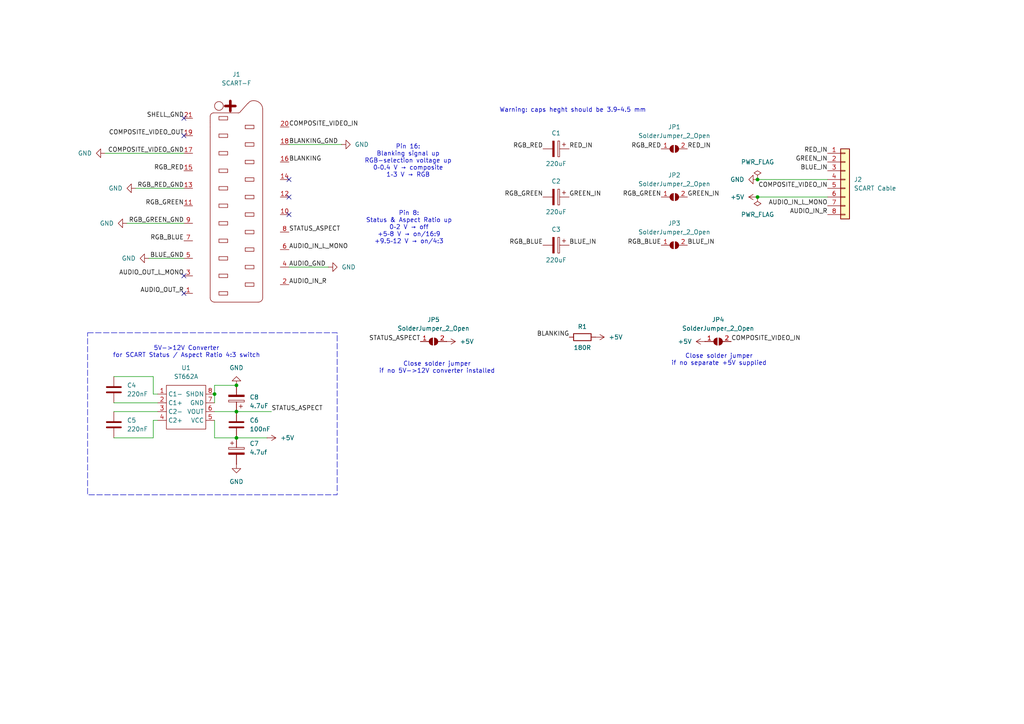
<source format=kicad_sch>
(kicad_sch
	(version 20231120)
	(generator "eeschema")
	(generator_version "8.0")
	(uuid "a8c308e9-60db-4bd9-abd6-b3fb578cc844")
	(paper "A4")
	(lib_symbols
		(symbol "Connector:SCART-F"
			(pin_names
				(offset 0.762) hide)
			(exclude_from_sim no)
			(in_bom yes)
			(on_board yes)
			(property "Reference" "J"
				(at 0 31.75 0)
				(effects
					(font
						(size 1.27 1.27)
					)
				)
			)
			(property "Value" "SCART-F"
				(at 1.016 -29.21 0)
				(effects
					(font
						(size 1.27 1.27)
					)
				)
			)
			(property "Footprint" ""
				(at 0 1.27 0)
				(effects
					(font
						(size 1.27 1.27)
					)
					(hide yes)
				)
			)
			(property "Datasheet" " ~"
				(at 0 1.27 0)
				(effects
					(font
						(size 1.27 1.27)
					)
					(hide yes)
				)
			)
			(property "Description" "Prise Peritel"
				(at 0 0 0)
				(effects
					(font
						(size 1.27 1.27)
					)
					(hide yes)
				)
			)
			(property "ki_keywords" "connector"
				(at 0 0 0)
				(effects
					(font
						(size 1.27 1.27)
					)
					(hide yes)
				)
			)
			(symbol "SCART-F_0_1"
				(arc
					(start -7.62 -26.67)
					(mid -7.248 -27.568)
					(end -6.35 -27.94)
					(stroke
						(width 0)
						(type default)
					)
					(fill
						(type none)
					)
				)
				(arc
					(start -6.604 26.9494)
					(mid -7.3224 26.6518)
					(end -7.62 25.9334)
					(stroke
						(width 0)
						(type default)
					)
					(fill
						(type none)
					)
				)
				(rectangle
					(start -5.08 -24.892)
					(end -2.54 -25.908)
					(stroke
						(width 0)
						(type default)
					)
					(fill
						(type none)
					)
				)
				(rectangle
					(start -5.08 -19.812)
					(end -2.54 -20.828)
					(stroke
						(width 0)
						(type default)
					)
					(fill
						(type none)
					)
				)
				(rectangle
					(start -5.08 -14.732)
					(end -2.54 -15.748)
					(stroke
						(width 0)
						(type default)
					)
					(fill
						(type none)
					)
				)
				(rectangle
					(start -5.08 -9.652)
					(end -2.54 -10.668)
					(stroke
						(width 0)
						(type default)
					)
					(fill
						(type none)
					)
				)
				(rectangle
					(start -5.08 -4.572)
					(end -2.54 -5.588)
					(stroke
						(width 0)
						(type default)
					)
					(fill
						(type none)
					)
				)
				(rectangle
					(start -5.08 0.508)
					(end -2.54 -0.508)
					(stroke
						(width 0)
						(type default)
					)
					(fill
						(type none)
					)
				)
				(rectangle
					(start -5.08 5.588)
					(end -2.54 4.572)
					(stroke
						(width 0)
						(type default)
					)
					(fill
						(type none)
					)
				)
				(rectangle
					(start -5.08 10.668)
					(end -2.54 9.652)
					(stroke
						(width 0)
						(type default)
					)
					(fill
						(type none)
					)
				)
				(rectangle
					(start -5.08 15.748)
					(end -2.54 14.732)
					(stroke
						(width 0)
						(type default)
					)
					(fill
						(type none)
					)
				)
				(rectangle
					(start -5.08 20.828)
					(end -2.54 19.812)
					(stroke
						(width 0)
						(type default)
					)
					(fill
						(type none)
					)
				)
				(rectangle
					(start -5.08 25.908)
					(end -2.54 24.892)
					(stroke
						(width 0)
						(type default)
					)
					(fill
						(type none)
					)
				)
				(circle
					(center -5.08 28.956)
					(radius 1.27)
					(stroke
						(width 0)
						(type default)
					)
					(fill
						(type none)
					)
				)
				(polyline
					(pts
						(xy -7.62 22.86) (xy -7.62 -26.67)
					)
					(stroke
						(width 0)
						(type default)
					)
					(fill
						(type none)
					)
				)
				(polyline
					(pts
						(xy -7.62 22.86) (xy -7.62 24.13)
					)
					(stroke
						(width 0)
						(type default)
					)
					(fill
						(type none)
					)
				)
				(polyline
					(pts
						(xy -7.62 24.6634) (xy -7.62 24.13)
					)
					(stroke
						(width 0)
						(type default)
					)
					(fill
						(type none)
					)
				)
				(polyline
					(pts
						(xy -7.62 24.6634) (xy -7.62 25.9334)
					)
					(stroke
						(width 0)
						(type default)
					)
					(fill
						(type none)
					)
				)
				(polyline
					(pts
						(xy -6.604 26.9494) (xy 0.508 26.9494)
					)
					(stroke
						(width 0)
						(type default)
					)
					(fill
						(type none)
					)
				)
				(polyline
					(pts
						(xy -6.35 -27.94) (xy 6.35 -27.94)
					)
					(stroke
						(width 0)
						(type default)
					)
					(fill
						(type none)
					)
				)
				(polyline
					(pts
						(xy 3.302 29.718) (xy 1.27 27.432)
					)
					(stroke
						(width 0)
						(type default)
					)
					(fill
						(type none)
					)
				)
				(polyline
					(pts
						(xy 4.826 30.48) (xy 5.08 30.48)
					)
					(stroke
						(width 0)
						(type default)
					)
					(fill
						(type none)
					)
				)
				(polyline
					(pts
						(xy 7.62 -26.67) (xy 7.62 28.2194)
					)
					(stroke
						(width 0)
						(type default)
					)
					(fill
						(type none)
					)
				)
				(arc
					(start 0.508 26.924)
					(mid 0.9569 27.0702)
					(end 1.2192 27.4574)
					(stroke
						(width 0)
						(type default)
					)
					(fill
						(type none)
					)
				)
				(rectangle
					(start 2.54 -22.352)
					(end 5.08 -23.368)
					(stroke
						(width 0)
						(type default)
					)
					(fill
						(type none)
					)
				)
				(rectangle
					(start 2.54 -17.272)
					(end 5.08 -18.288)
					(stroke
						(width 0)
						(type default)
					)
					(fill
						(type none)
					)
				)
				(rectangle
					(start 2.54 -12.192)
					(end 5.08 -13.208)
					(stroke
						(width 0)
						(type default)
					)
					(fill
						(type none)
					)
				)
				(rectangle
					(start 2.54 -7.112)
					(end 5.08 -8.128)
					(stroke
						(width 0)
						(type default)
					)
					(fill
						(type none)
					)
				)
				(rectangle
					(start 2.54 -2.032)
					(end 5.08 -3.048)
					(stroke
						(width 0)
						(type default)
					)
					(fill
						(type none)
					)
				)
				(rectangle
					(start 2.54 3.048)
					(end 5.08 2.032)
					(stroke
						(width 0)
						(type default)
					)
					(fill
						(type none)
					)
				)
				(rectangle
					(start 2.54 8.128)
					(end 5.08 7.112)
					(stroke
						(width 0)
						(type default)
					)
					(fill
						(type none)
					)
				)
				(rectangle
					(start 2.54 13.208)
					(end 5.08 12.192)
					(stroke
						(width 0)
						(type default)
					)
					(fill
						(type none)
					)
				)
				(rectangle
					(start 2.54 18.288)
					(end 5.08 17.272)
					(stroke
						(width 0)
						(type default)
					)
					(fill
						(type none)
					)
				)
				(rectangle
					(start 2.54 23.368)
					(end 5.08 22.352)
					(stroke
						(width 0)
						(type default)
					)
					(fill
						(type none)
					)
				)
				(arc
					(start 4.826 30.48)
					(mid 3.999 30.2726)
					(end 3.3782 29.6926)
					(stroke
						(width 0)
						(type default)
					)
					(fill
						(type none)
					)
				)
				(arc
					(start 6.35 -27.94)
					(mid 7.248 -27.568)
					(end 7.62 -26.67)
					(stroke
						(width 0)
						(type default)
					)
					(fill
						(type none)
					)
				)
				(arc
					(start 7.62 27.94)
					(mid 6.8761 29.7361)
					(end 5.08 30.48)
					(stroke
						(width 0)
						(type default)
					)
					(fill
						(type none)
					)
				)
				(text "+"
					(at -1.778 29.21 0)
					(effects
						(font
							(size 3.81 3.81)
							(bold yes)
						)
					)
				)
			)
			(symbol "SCART-F_1_1"
				(pin passive line
					(at -15.24 -25.4 0)
					(length 2.54)
					(name "P1"
						(effects
							(font
								(size 1.27 1.27)
							)
						)
					)
					(number "1"
						(effects
							(font
								(size 1.27 1.27)
							)
						)
					)
				)
				(pin passive line
					(at 15.24 -2.54 180)
					(length 2.54)
					(name "P10"
						(effects
							(font
								(size 1.27 1.27)
							)
						)
					)
					(number "10"
						(effects
							(font
								(size 1.27 1.27)
							)
						)
					)
				)
				(pin passive line
					(at -15.24 0 0)
					(length 2.54)
					(name "P11"
						(effects
							(font
								(size 1.27 1.27)
							)
						)
					)
					(number "11"
						(effects
							(font
								(size 1.27 1.27)
							)
						)
					)
				)
				(pin passive line
					(at 15.24 2.54 180)
					(length 2.54)
					(name "P12"
						(effects
							(font
								(size 1.27 1.27)
							)
						)
					)
					(number "12"
						(effects
							(font
								(size 1.27 1.27)
							)
						)
					)
				)
				(pin passive line
					(at -15.24 5.08 0)
					(length 2.54)
					(name "P13"
						(effects
							(font
								(size 1.27 1.27)
							)
						)
					)
					(number "13"
						(effects
							(font
								(size 1.27 1.27)
							)
						)
					)
				)
				(pin passive line
					(at 15.24 7.62 180)
					(length 2.54)
					(name "P14"
						(effects
							(font
								(size 1.27 1.27)
							)
						)
					)
					(number "14"
						(effects
							(font
								(size 1.27 1.27)
							)
						)
					)
				)
				(pin passive line
					(at -15.24 10.16 0)
					(length 2.54)
					(name "P15"
						(effects
							(font
								(size 1.27 1.27)
							)
						)
					)
					(number "15"
						(effects
							(font
								(size 1.27 1.27)
							)
						)
					)
				)
				(pin passive line
					(at 15.24 12.7 180)
					(length 2.54)
					(name "P16"
						(effects
							(font
								(size 1.27 1.27)
							)
						)
					)
					(number "16"
						(effects
							(font
								(size 1.27 1.27)
							)
						)
					)
				)
				(pin passive line
					(at -15.24 15.24 0)
					(length 2.54)
					(name "P17"
						(effects
							(font
								(size 1.27 1.27)
							)
						)
					)
					(number "17"
						(effects
							(font
								(size 1.27 1.27)
							)
						)
					)
				)
				(pin passive line
					(at 15.24 17.78 180)
					(length 2.54)
					(name "P18"
						(effects
							(font
								(size 1.27 1.27)
							)
						)
					)
					(number "18"
						(effects
							(font
								(size 1.27 1.27)
							)
						)
					)
				)
				(pin passive line
					(at -15.24 20.32 0)
					(length 2.54)
					(name "P19"
						(effects
							(font
								(size 1.27 1.27)
							)
						)
					)
					(number "19"
						(effects
							(font
								(size 1.27 1.27)
							)
						)
					)
				)
				(pin passive line
					(at 15.24 -22.86 180)
					(length 2.54)
					(name "P2"
						(effects
							(font
								(size 1.27 1.27)
							)
						)
					)
					(number "2"
						(effects
							(font
								(size 1.27 1.27)
							)
						)
					)
				)
				(pin passive line
					(at 15.24 22.86 180)
					(length 2.54)
					(name "P20"
						(effects
							(font
								(size 1.27 1.27)
							)
						)
					)
					(number "20"
						(effects
							(font
								(size 1.27 1.27)
							)
						)
					)
				)
				(pin passive line
					(at -15.24 25.4 0)
					(length 2.54)
					(name "P21"
						(effects
							(font
								(size 1.27 1.27)
							)
						)
					)
					(number "21"
						(effects
							(font
								(size 1.27 1.27)
							)
						)
					)
				)
				(pin passive line
					(at -15.24 -20.32 0)
					(length 2.54)
					(name "P3"
						(effects
							(font
								(size 1.27 1.27)
							)
						)
					)
					(number "3"
						(effects
							(font
								(size 1.27 1.27)
							)
						)
					)
				)
				(pin passive line
					(at 15.24 -17.78 180)
					(length 2.54)
					(name "P4"
						(effects
							(font
								(size 1.27 1.27)
							)
						)
					)
					(number "4"
						(effects
							(font
								(size 1.27 1.27)
							)
						)
					)
				)
				(pin passive line
					(at -15.24 -15.24 0)
					(length 2.54)
					(name "P5"
						(effects
							(font
								(size 1.27 1.27)
							)
						)
					)
					(number "5"
						(effects
							(font
								(size 1.27 1.27)
							)
						)
					)
				)
				(pin passive line
					(at 15.24 -12.7 180)
					(length 2.54)
					(name "P6"
						(effects
							(font
								(size 1.27 1.27)
							)
						)
					)
					(number "6"
						(effects
							(font
								(size 1.27 1.27)
							)
						)
					)
				)
				(pin passive line
					(at -15.24 -10.16 0)
					(length 2.54)
					(name "P7"
						(effects
							(font
								(size 1.27 1.27)
							)
						)
					)
					(number "7"
						(effects
							(font
								(size 1.27 1.27)
							)
						)
					)
				)
				(pin passive line
					(at 15.24 -7.62 180)
					(length 2.54)
					(name "P8"
						(effects
							(font
								(size 1.27 1.27)
							)
						)
					)
					(number "8"
						(effects
							(font
								(size 1.27 1.27)
							)
						)
					)
				)
				(pin passive line
					(at -15.24 -5.08 0)
					(length 2.54)
					(name "P9"
						(effects
							(font
								(size 1.27 1.27)
							)
						)
					)
					(number "9"
						(effects
							(font
								(size 1.27 1.27)
							)
						)
					)
				)
			)
		)
		(symbol "Connector_Generic:Conn_01x08"
			(pin_names
				(offset 1.016) hide)
			(exclude_from_sim no)
			(in_bom yes)
			(on_board yes)
			(property "Reference" "J"
				(at 0 10.16 0)
				(effects
					(font
						(size 1.27 1.27)
					)
				)
			)
			(property "Value" "Conn_01x08"
				(at 0 -12.7 0)
				(effects
					(font
						(size 1.27 1.27)
					)
				)
			)
			(property "Footprint" ""
				(at 0 0 0)
				(effects
					(font
						(size 1.27 1.27)
					)
					(hide yes)
				)
			)
			(property "Datasheet" "~"
				(at 0 0 0)
				(effects
					(font
						(size 1.27 1.27)
					)
					(hide yes)
				)
			)
			(property "Description" "Generic connector, single row, 01x08, script generated (kicad-library-utils/schlib/autogen/connector/)"
				(at 0 0 0)
				(effects
					(font
						(size 1.27 1.27)
					)
					(hide yes)
				)
			)
			(property "ki_keywords" "connector"
				(at 0 0 0)
				(effects
					(font
						(size 1.27 1.27)
					)
					(hide yes)
				)
			)
			(property "ki_fp_filters" "Connector*:*_1x??_*"
				(at 0 0 0)
				(effects
					(font
						(size 1.27 1.27)
					)
					(hide yes)
				)
			)
			(symbol "Conn_01x08_1_1"
				(rectangle
					(start -1.27 -10.033)
					(end 0 -10.287)
					(stroke
						(width 0.1524)
						(type default)
					)
					(fill
						(type none)
					)
				)
				(rectangle
					(start -1.27 -7.493)
					(end 0 -7.747)
					(stroke
						(width 0.1524)
						(type default)
					)
					(fill
						(type none)
					)
				)
				(rectangle
					(start -1.27 -4.953)
					(end 0 -5.207)
					(stroke
						(width 0.1524)
						(type default)
					)
					(fill
						(type none)
					)
				)
				(rectangle
					(start -1.27 -2.413)
					(end 0 -2.667)
					(stroke
						(width 0.1524)
						(type default)
					)
					(fill
						(type none)
					)
				)
				(rectangle
					(start -1.27 0.127)
					(end 0 -0.127)
					(stroke
						(width 0.1524)
						(type default)
					)
					(fill
						(type none)
					)
				)
				(rectangle
					(start -1.27 2.667)
					(end 0 2.413)
					(stroke
						(width 0.1524)
						(type default)
					)
					(fill
						(type none)
					)
				)
				(rectangle
					(start -1.27 5.207)
					(end 0 4.953)
					(stroke
						(width 0.1524)
						(type default)
					)
					(fill
						(type none)
					)
				)
				(rectangle
					(start -1.27 7.747)
					(end 0 7.493)
					(stroke
						(width 0.1524)
						(type default)
					)
					(fill
						(type none)
					)
				)
				(rectangle
					(start -1.27 8.89)
					(end 1.27 -11.43)
					(stroke
						(width 0.254)
						(type default)
					)
					(fill
						(type background)
					)
				)
				(pin passive line
					(at -5.08 7.62 0)
					(length 3.81)
					(name "Pin_1"
						(effects
							(font
								(size 1.27 1.27)
							)
						)
					)
					(number "1"
						(effects
							(font
								(size 1.27 1.27)
							)
						)
					)
				)
				(pin passive line
					(at -5.08 5.08 0)
					(length 3.81)
					(name "Pin_2"
						(effects
							(font
								(size 1.27 1.27)
							)
						)
					)
					(number "2"
						(effects
							(font
								(size 1.27 1.27)
							)
						)
					)
				)
				(pin passive line
					(at -5.08 2.54 0)
					(length 3.81)
					(name "Pin_3"
						(effects
							(font
								(size 1.27 1.27)
							)
						)
					)
					(number "3"
						(effects
							(font
								(size 1.27 1.27)
							)
						)
					)
				)
				(pin passive line
					(at -5.08 0 0)
					(length 3.81)
					(name "Pin_4"
						(effects
							(font
								(size 1.27 1.27)
							)
						)
					)
					(number "4"
						(effects
							(font
								(size 1.27 1.27)
							)
						)
					)
				)
				(pin passive line
					(at -5.08 -2.54 0)
					(length 3.81)
					(name "Pin_5"
						(effects
							(font
								(size 1.27 1.27)
							)
						)
					)
					(number "5"
						(effects
							(font
								(size 1.27 1.27)
							)
						)
					)
				)
				(pin passive line
					(at -5.08 -5.08 0)
					(length 3.81)
					(name "Pin_6"
						(effects
							(font
								(size 1.27 1.27)
							)
						)
					)
					(number "6"
						(effects
							(font
								(size 1.27 1.27)
							)
						)
					)
				)
				(pin passive line
					(at -5.08 -7.62 0)
					(length 3.81)
					(name "Pin_7"
						(effects
							(font
								(size 1.27 1.27)
							)
						)
					)
					(number "7"
						(effects
							(font
								(size 1.27 1.27)
							)
						)
					)
				)
				(pin passive line
					(at -5.08 -10.16 0)
					(length 3.81)
					(name "Pin_8"
						(effects
							(font
								(size 1.27 1.27)
							)
						)
					)
					(number "8"
						(effects
							(font
								(size 1.27 1.27)
							)
						)
					)
				)
			)
		)
		(symbol "Device:C"
			(pin_numbers hide)
			(pin_names
				(offset 0.254)
			)
			(exclude_from_sim no)
			(in_bom yes)
			(on_board yes)
			(property "Reference" "C"
				(at 0.635 2.54 0)
				(effects
					(font
						(size 1.27 1.27)
					)
					(justify left)
				)
			)
			(property "Value" "C"
				(at 0.635 -2.54 0)
				(effects
					(font
						(size 1.27 1.27)
					)
					(justify left)
				)
			)
			(property "Footprint" ""
				(at 0.9652 -3.81 0)
				(effects
					(font
						(size 1.27 1.27)
					)
					(hide yes)
				)
			)
			(property "Datasheet" "~"
				(at 0 0 0)
				(effects
					(font
						(size 1.27 1.27)
					)
					(hide yes)
				)
			)
			(property "Description" "Unpolarized capacitor"
				(at 0 0 0)
				(effects
					(font
						(size 1.27 1.27)
					)
					(hide yes)
				)
			)
			(property "ki_keywords" "cap capacitor"
				(at 0 0 0)
				(effects
					(font
						(size 1.27 1.27)
					)
					(hide yes)
				)
			)
			(property "ki_fp_filters" "C_*"
				(at 0 0 0)
				(effects
					(font
						(size 1.27 1.27)
					)
					(hide yes)
				)
			)
			(symbol "C_0_1"
				(polyline
					(pts
						(xy -2.032 -0.762) (xy 2.032 -0.762)
					)
					(stroke
						(width 0.508)
						(type default)
					)
					(fill
						(type none)
					)
				)
				(polyline
					(pts
						(xy -2.032 0.762) (xy 2.032 0.762)
					)
					(stroke
						(width 0.508)
						(type default)
					)
					(fill
						(type none)
					)
				)
			)
			(symbol "C_1_1"
				(pin passive line
					(at 0 3.81 270)
					(length 2.794)
					(name "~"
						(effects
							(font
								(size 1.27 1.27)
							)
						)
					)
					(number "1"
						(effects
							(font
								(size 1.27 1.27)
							)
						)
					)
				)
				(pin passive line
					(at 0 -3.81 90)
					(length 2.794)
					(name "~"
						(effects
							(font
								(size 1.27 1.27)
							)
						)
					)
					(number "2"
						(effects
							(font
								(size 1.27 1.27)
							)
						)
					)
				)
			)
		)
		(symbol "Device:C_Polarized"
			(pin_numbers hide)
			(pin_names
				(offset 0.254)
			)
			(exclude_from_sim no)
			(in_bom yes)
			(on_board yes)
			(property "Reference" "C"
				(at 0.635 2.54 0)
				(effects
					(font
						(size 1.27 1.27)
					)
					(justify left)
				)
			)
			(property "Value" "C_Polarized"
				(at 0.635 -2.54 0)
				(effects
					(font
						(size 1.27 1.27)
					)
					(justify left)
				)
			)
			(property "Footprint" ""
				(at 0.9652 -3.81 0)
				(effects
					(font
						(size 1.27 1.27)
					)
					(hide yes)
				)
			)
			(property "Datasheet" "~"
				(at 0 0 0)
				(effects
					(font
						(size 1.27 1.27)
					)
					(hide yes)
				)
			)
			(property "Description" "Polarized capacitor"
				(at 0 0 0)
				(effects
					(font
						(size 1.27 1.27)
					)
					(hide yes)
				)
			)
			(property "ki_keywords" "cap capacitor"
				(at 0 0 0)
				(effects
					(font
						(size 1.27 1.27)
					)
					(hide yes)
				)
			)
			(property "ki_fp_filters" "CP_*"
				(at 0 0 0)
				(effects
					(font
						(size 1.27 1.27)
					)
					(hide yes)
				)
			)
			(symbol "C_Polarized_0_1"
				(rectangle
					(start -2.286 0.508)
					(end 2.286 1.016)
					(stroke
						(width 0)
						(type default)
					)
					(fill
						(type none)
					)
				)
				(polyline
					(pts
						(xy -1.778 2.286) (xy -0.762 2.286)
					)
					(stroke
						(width 0)
						(type default)
					)
					(fill
						(type none)
					)
				)
				(polyline
					(pts
						(xy -1.27 2.794) (xy -1.27 1.778)
					)
					(stroke
						(width 0)
						(type default)
					)
					(fill
						(type none)
					)
				)
				(rectangle
					(start 2.286 -0.508)
					(end -2.286 -1.016)
					(stroke
						(width 0)
						(type default)
					)
					(fill
						(type outline)
					)
				)
			)
			(symbol "C_Polarized_1_1"
				(pin passive line
					(at 0 3.81 270)
					(length 2.794)
					(name "~"
						(effects
							(font
								(size 1.27 1.27)
							)
						)
					)
					(number "1"
						(effects
							(font
								(size 1.27 1.27)
							)
						)
					)
				)
				(pin passive line
					(at 0 -3.81 90)
					(length 2.794)
					(name "~"
						(effects
							(font
								(size 1.27 1.27)
							)
						)
					)
					(number "2"
						(effects
							(font
								(size 1.27 1.27)
							)
						)
					)
				)
			)
		)
		(symbol "Device:R"
			(pin_numbers hide)
			(pin_names
				(offset 0)
			)
			(exclude_from_sim no)
			(in_bom yes)
			(on_board yes)
			(property "Reference" "R"
				(at 2.032 0 90)
				(effects
					(font
						(size 1.27 1.27)
					)
				)
			)
			(property "Value" "R"
				(at 0 0 90)
				(effects
					(font
						(size 1.27 1.27)
					)
				)
			)
			(property "Footprint" ""
				(at -1.778 0 90)
				(effects
					(font
						(size 1.27 1.27)
					)
					(hide yes)
				)
			)
			(property "Datasheet" "~"
				(at 0 0 0)
				(effects
					(font
						(size 1.27 1.27)
					)
					(hide yes)
				)
			)
			(property "Description" "Resistor"
				(at 0 0 0)
				(effects
					(font
						(size 1.27 1.27)
					)
					(hide yes)
				)
			)
			(property "ki_keywords" "R res resistor"
				(at 0 0 0)
				(effects
					(font
						(size 1.27 1.27)
					)
					(hide yes)
				)
			)
			(property "ki_fp_filters" "R_*"
				(at 0 0 0)
				(effects
					(font
						(size 1.27 1.27)
					)
					(hide yes)
				)
			)
			(symbol "R_0_1"
				(rectangle
					(start -1.016 -2.54)
					(end 1.016 2.54)
					(stroke
						(width 0.254)
						(type default)
					)
					(fill
						(type none)
					)
				)
			)
			(symbol "R_1_1"
				(pin passive line
					(at 0 3.81 270)
					(length 1.27)
					(name "~"
						(effects
							(font
								(size 1.27 1.27)
							)
						)
					)
					(number "1"
						(effects
							(font
								(size 1.27 1.27)
							)
						)
					)
				)
				(pin passive line
					(at 0 -3.81 90)
					(length 1.27)
					(name "~"
						(effects
							(font
								(size 1.27 1.27)
							)
						)
					)
					(number "2"
						(effects
							(font
								(size 1.27 1.27)
							)
						)
					)
				)
			)
		)
		(symbol "Jumper:SolderJumper_2_Open"
			(pin_names
				(offset 0) hide)
			(exclude_from_sim no)
			(in_bom yes)
			(on_board yes)
			(property "Reference" "JP"
				(at 0 2.032 0)
				(effects
					(font
						(size 1.27 1.27)
					)
				)
			)
			(property "Value" "SolderJumper_2_Open"
				(at 0 -2.54 0)
				(effects
					(font
						(size 1.27 1.27)
					)
				)
			)
			(property "Footprint" ""
				(at 0 0 0)
				(effects
					(font
						(size 1.27 1.27)
					)
					(hide yes)
				)
			)
			(property "Datasheet" "~"
				(at 0 0 0)
				(effects
					(font
						(size 1.27 1.27)
					)
					(hide yes)
				)
			)
			(property "Description" "Solder Jumper, 2-pole, open"
				(at 0 0 0)
				(effects
					(font
						(size 1.27 1.27)
					)
					(hide yes)
				)
			)
			(property "ki_keywords" "solder jumper SPST"
				(at 0 0 0)
				(effects
					(font
						(size 1.27 1.27)
					)
					(hide yes)
				)
			)
			(property "ki_fp_filters" "SolderJumper*Open*"
				(at 0 0 0)
				(effects
					(font
						(size 1.27 1.27)
					)
					(hide yes)
				)
			)
			(symbol "SolderJumper_2_Open_0_1"
				(arc
					(start -0.254 1.016)
					(mid -1.2656 0)
					(end -0.254 -1.016)
					(stroke
						(width 0)
						(type default)
					)
					(fill
						(type none)
					)
				)
				(arc
					(start -0.254 1.016)
					(mid -1.2656 0)
					(end -0.254 -1.016)
					(stroke
						(width 0)
						(type default)
					)
					(fill
						(type outline)
					)
				)
				(polyline
					(pts
						(xy -0.254 1.016) (xy -0.254 -1.016)
					)
					(stroke
						(width 0)
						(type default)
					)
					(fill
						(type none)
					)
				)
				(polyline
					(pts
						(xy 0.254 1.016) (xy 0.254 -1.016)
					)
					(stroke
						(width 0)
						(type default)
					)
					(fill
						(type none)
					)
				)
				(arc
					(start 0.254 -1.016)
					(mid 1.2656 0)
					(end 0.254 1.016)
					(stroke
						(width 0)
						(type default)
					)
					(fill
						(type none)
					)
				)
				(arc
					(start 0.254 -1.016)
					(mid 1.2656 0)
					(end 0.254 1.016)
					(stroke
						(width 0)
						(type default)
					)
					(fill
						(type outline)
					)
				)
			)
			(symbol "SolderJumper_2_Open_1_1"
				(pin passive line
					(at -3.81 0 0)
					(length 2.54)
					(name "A"
						(effects
							(font
								(size 1.27 1.27)
							)
						)
					)
					(number "1"
						(effects
							(font
								(size 1.27 1.27)
							)
						)
					)
				)
				(pin passive line
					(at 3.81 0 180)
					(length 2.54)
					(name "B"
						(effects
							(font
								(size 1.27 1.27)
							)
						)
					)
					(number "2"
						(effects
							(font
								(size 1.27 1.27)
							)
						)
					)
				)
			)
		)
		(symbol "ST662A:ST662A"
			(exclude_from_sim no)
			(in_bom yes)
			(on_board yes)
			(property "Reference" "U"
				(at 0 0 0)
				(effects
					(font
						(size 1.27 1.27)
					)
				)
			)
			(property "Value" "ST662A"
				(at 0 -15.494 0)
				(effects
					(font
						(size 1.27 1.27)
					)
				)
			)
			(property "Footprint" "Package_SO:SO-8_3.9x4.9mm_P1.27mm"
				(at 0 4.064 0)
				(effects
					(font
						(size 1.27 1.27)
					)
					(hide yes)
				)
			)
			(property "Datasheet" ""
				(at 0 0 0)
				(effects
					(font
						(size 1.27 1.27)
					)
					(hide yes)
				)
			)
			(property "Description" "ST662A STMicroelectronics DC-DC CONVERTER FROM 5V TO 12V, 0.03A FOR FLASH MEMORY PROGRAMMING SUPPLY"
				(at 0 1.778 0)
				(effects
					(font
						(size 1.27 1.27)
					)
					(hide yes)
				)
			)
			(symbol "ST662A_0_1"
				(rectangle
					(start -5.08 -1.27)
					(end 6.35 -13.97)
					(stroke
						(width 0)
						(type default)
					)
					(fill
						(type none)
					)
				)
			)
			(symbol "ST662A_1_1"
				(pin input line
					(at -7.62 -3.81 0)
					(length 2.54)
					(name "C1-"
						(effects
							(font
								(size 1.27 1.27)
							)
						)
					)
					(number "1"
						(effects
							(font
								(size 1.27 1.27)
							)
						)
					)
				)
				(pin input line
					(at -7.62 -6.35 0)
					(length 2.54)
					(name "C1+"
						(effects
							(font
								(size 1.27 1.27)
							)
						)
					)
					(number "2"
						(effects
							(font
								(size 1.27 1.27)
							)
						)
					)
				)
				(pin input line
					(at -7.62 -8.89 0)
					(length 2.54)
					(name "C2-"
						(effects
							(font
								(size 1.27 1.27)
							)
						)
					)
					(number "3"
						(effects
							(font
								(size 1.27 1.27)
							)
						)
					)
				)
				(pin input line
					(at -7.62 -11.43 0)
					(length 2.54)
					(name "C2+"
						(effects
							(font
								(size 1.27 1.27)
							)
						)
					)
					(number "4"
						(effects
							(font
								(size 1.27 1.27)
							)
						)
					)
				)
				(pin input line
					(at 8.89 -11.43 180)
					(length 2.54)
					(name "VCC"
						(effects
							(font
								(size 1.27 1.27)
							)
						)
					)
					(number "5"
						(effects
							(font
								(size 1.27 1.27)
							)
						)
					)
				)
				(pin input line
					(at 8.89 -8.89 180)
					(length 2.54)
					(name "VOUT"
						(effects
							(font
								(size 1.27 1.27)
							)
						)
					)
					(number "6"
						(effects
							(font
								(size 1.27 1.27)
							)
						)
					)
				)
				(pin input line
					(at 8.89 -6.35 180)
					(length 2.54)
					(name "GND"
						(effects
							(font
								(size 1.27 1.27)
							)
						)
					)
					(number "7"
						(effects
							(font
								(size 1.27 1.27)
							)
						)
					)
				)
				(pin input line
					(at 8.89 -3.81 180)
					(length 2.54)
					(name "SHDN"
						(effects
							(font
								(size 1.27 1.27)
							)
						)
					)
					(number "8"
						(effects
							(font
								(size 1.27 1.27)
							)
						)
					)
				)
			)
		)
		(symbol "power:+5V"
			(power)
			(pin_numbers hide)
			(pin_names
				(offset 0) hide)
			(exclude_from_sim no)
			(in_bom yes)
			(on_board yes)
			(property "Reference" "#PWR"
				(at 0 -3.81 0)
				(effects
					(font
						(size 1.27 1.27)
					)
					(hide yes)
				)
			)
			(property "Value" "+5V"
				(at 0 3.556 0)
				(effects
					(font
						(size 1.27 1.27)
					)
				)
			)
			(property "Footprint" ""
				(at 0 0 0)
				(effects
					(font
						(size 1.27 1.27)
					)
					(hide yes)
				)
			)
			(property "Datasheet" ""
				(at 0 0 0)
				(effects
					(font
						(size 1.27 1.27)
					)
					(hide yes)
				)
			)
			(property "Description" "Power symbol creates a global label with name \"+5V\""
				(at 0 0 0)
				(effects
					(font
						(size 1.27 1.27)
					)
					(hide yes)
				)
			)
			(property "ki_keywords" "global power"
				(at 0 0 0)
				(effects
					(font
						(size 1.27 1.27)
					)
					(hide yes)
				)
			)
			(symbol "+5V_0_1"
				(polyline
					(pts
						(xy -0.762 1.27) (xy 0 2.54)
					)
					(stroke
						(width 0)
						(type default)
					)
					(fill
						(type none)
					)
				)
				(polyline
					(pts
						(xy 0 0) (xy 0 2.54)
					)
					(stroke
						(width 0)
						(type default)
					)
					(fill
						(type none)
					)
				)
				(polyline
					(pts
						(xy 0 2.54) (xy 0.762 1.27)
					)
					(stroke
						(width 0)
						(type default)
					)
					(fill
						(type none)
					)
				)
			)
			(symbol "+5V_1_1"
				(pin power_in line
					(at 0 0 90)
					(length 0)
					(name "~"
						(effects
							(font
								(size 1.27 1.27)
							)
						)
					)
					(number "1"
						(effects
							(font
								(size 1.27 1.27)
							)
						)
					)
				)
			)
		)
		(symbol "power:GND"
			(power)
			(pin_numbers hide)
			(pin_names
				(offset 0) hide)
			(exclude_from_sim no)
			(in_bom yes)
			(on_board yes)
			(property "Reference" "#PWR"
				(at 0 -6.35 0)
				(effects
					(font
						(size 1.27 1.27)
					)
					(hide yes)
				)
			)
			(property "Value" "GND"
				(at 0 -3.81 0)
				(effects
					(font
						(size 1.27 1.27)
					)
				)
			)
			(property "Footprint" ""
				(at 0 0 0)
				(effects
					(font
						(size 1.27 1.27)
					)
					(hide yes)
				)
			)
			(property "Datasheet" ""
				(at 0 0 0)
				(effects
					(font
						(size 1.27 1.27)
					)
					(hide yes)
				)
			)
			(property "Description" "Power symbol creates a global label with name \"GND\" , ground"
				(at 0 0 0)
				(effects
					(font
						(size 1.27 1.27)
					)
					(hide yes)
				)
			)
			(property "ki_keywords" "global power"
				(at 0 0 0)
				(effects
					(font
						(size 1.27 1.27)
					)
					(hide yes)
				)
			)
			(symbol "GND_0_1"
				(polyline
					(pts
						(xy 0 0) (xy 0 -1.27) (xy 1.27 -1.27) (xy 0 -2.54) (xy -1.27 -1.27) (xy 0 -1.27)
					)
					(stroke
						(width 0)
						(type default)
					)
					(fill
						(type none)
					)
				)
			)
			(symbol "GND_1_1"
				(pin power_in line
					(at 0 0 270)
					(length 0)
					(name "~"
						(effects
							(font
								(size 1.27 1.27)
							)
						)
					)
					(number "1"
						(effects
							(font
								(size 1.27 1.27)
							)
						)
					)
				)
			)
		)
		(symbol "power:PWR_FLAG"
			(power)
			(pin_numbers hide)
			(pin_names
				(offset 0) hide)
			(exclude_from_sim no)
			(in_bom yes)
			(on_board yes)
			(property "Reference" "#FLG"
				(at 0 1.905 0)
				(effects
					(font
						(size 1.27 1.27)
					)
					(hide yes)
				)
			)
			(property "Value" "PWR_FLAG"
				(at 0 3.81 0)
				(effects
					(font
						(size 1.27 1.27)
					)
				)
			)
			(property "Footprint" ""
				(at 0 0 0)
				(effects
					(font
						(size 1.27 1.27)
					)
					(hide yes)
				)
			)
			(property "Datasheet" "~"
				(at 0 0 0)
				(effects
					(font
						(size 1.27 1.27)
					)
					(hide yes)
				)
			)
			(property "Description" "Special symbol for telling ERC where power comes from"
				(at 0 0 0)
				(effects
					(font
						(size 1.27 1.27)
					)
					(hide yes)
				)
			)
			(property "ki_keywords" "flag power"
				(at 0 0 0)
				(effects
					(font
						(size 1.27 1.27)
					)
					(hide yes)
				)
			)
			(symbol "PWR_FLAG_0_0"
				(pin power_out line
					(at 0 0 90)
					(length 0)
					(name "~"
						(effects
							(font
								(size 1.27 1.27)
							)
						)
					)
					(number "1"
						(effects
							(font
								(size 1.27 1.27)
							)
						)
					)
				)
			)
			(symbol "PWR_FLAG_0_1"
				(polyline
					(pts
						(xy 0 0) (xy 0 1.27) (xy -1.016 1.905) (xy 0 2.54) (xy 1.016 1.905) (xy 0 1.27)
					)
					(stroke
						(width 0)
						(type default)
					)
					(fill
						(type none)
					)
				)
			)
		)
	)
	(junction
		(at 68.58 111.76)
		(diameter 0)
		(color 0 0 0 0)
		(uuid "01ecf619-f092-4b8a-9a4f-d20deef08a48")
	)
	(junction
		(at 219.71 52.07)
		(diameter 0)
		(color 0 0 0 0)
		(uuid "04575ac3-a9cd-45e4-8a02-99918b6edf7b")
	)
	(junction
		(at 219.71 57.15)
		(diameter 0)
		(color 0 0 0 0)
		(uuid "20d9ba18-ef25-4506-b1ad-9d51e7b2d1aa")
	)
	(junction
		(at 68.58 119.38)
		(diameter 0)
		(color 0 0 0 0)
		(uuid "4ec2838a-31f9-444b-b22d-861eebea73ea")
	)
	(junction
		(at 62.23 114.3)
		(diameter 0)
		(color 0 0 0 0)
		(uuid "510d1488-a3fc-4710-a6c2-495a895e2ed7")
	)
	(junction
		(at 68.58 127)
		(diameter 0)
		(color 0 0 0 0)
		(uuid "ada41c20-e910-4fa3-baa1-0f82042f9395")
	)
	(no_connect
		(at 83.82 57.15)
		(uuid "0bdfb620-8071-401f-a5a2-6200a386288e")
	)
	(no_connect
		(at 53.34 80.01)
		(uuid "4af578b4-a80b-41ba-a959-dcaa0b7c0b4e")
	)
	(no_connect
		(at 83.82 62.23)
		(uuid "6a141cbb-1a4c-4609-87e7-1e82a7569d8c")
	)
	(no_connect
		(at 53.34 34.29)
		(uuid "77dc8559-49b8-47ae-a8d6-c405e98f8290")
	)
	(no_connect
		(at 83.82 52.07)
		(uuid "9d7ec721-2140-4a52-b352-958751ea4c59")
	)
	(no_connect
		(at 53.34 39.37)
		(uuid "a5918a9f-8207-4b69-8969-2cb6b0d2d983")
	)
	(no_connect
		(at 53.34 85.09)
		(uuid "e9b2394c-6b52-41e8-b30b-4c218236912d")
	)
	(wire
		(pts
			(xy 62.23 114.3) (xy 62.23 111.76)
		)
		(stroke
			(width 0)
			(type default)
		)
		(uuid "21c724f8-dfed-4dd1-9fb7-32fac68f447c")
	)
	(wire
		(pts
			(xy 33.02 109.22) (xy 44.45 109.22)
		)
		(stroke
			(width 0)
			(type default)
		)
		(uuid "2e248ae0-c275-46cb-b286-d186f110c622")
	)
	(wire
		(pts
			(xy 45.72 121.92) (xy 44.45 121.92)
		)
		(stroke
			(width 0)
			(type default)
		)
		(uuid "31b50ad9-14aa-4e61-be9e-8fa9f70b5624")
	)
	(wire
		(pts
			(xy 36.83 64.77) (xy 53.34 64.77)
		)
		(stroke
			(width 0)
			(type default)
		)
		(uuid "474e9311-a146-406d-ab8f-3fea5db66e9c")
	)
	(wire
		(pts
			(xy 44.45 121.92) (xy 44.45 127)
		)
		(stroke
			(width 0)
			(type default)
		)
		(uuid "49081016-60a0-493f-b07a-e7f63d3b893c")
	)
	(wire
		(pts
			(xy 219.71 52.07) (xy 240.03 52.07)
		)
		(stroke
			(width 0)
			(type default)
		)
		(uuid "4e4078a5-0012-46a6-a67e-18672916223f")
	)
	(wire
		(pts
			(xy 39.37 54.61) (xy 53.34 54.61)
		)
		(stroke
			(width 0)
			(type default)
		)
		(uuid "4f4016ef-69c1-44fe-9782-625755da5d78")
	)
	(wire
		(pts
			(xy 62.23 119.38) (xy 68.58 119.38)
		)
		(stroke
			(width 0)
			(type default)
		)
		(uuid "5679132d-3b20-4516-8130-879f232d29fc")
	)
	(wire
		(pts
			(xy 62.23 111.76) (xy 68.58 111.76)
		)
		(stroke
			(width 0)
			(type default)
		)
		(uuid "5a1add82-9c88-4b8c-a06a-ff6669879f0c")
	)
	(wire
		(pts
			(xy 30.48 44.45) (xy 53.34 44.45)
		)
		(stroke
			(width 0)
			(type default)
		)
		(uuid "696ce2c6-afc2-4f45-975e-0d6082557474")
	)
	(wire
		(pts
			(xy 78.74 119.38) (xy 68.58 119.38)
		)
		(stroke
			(width 0)
			(type default)
		)
		(uuid "6a6405f5-4f47-4989-ab60-6a4b86b63611")
	)
	(wire
		(pts
			(xy 33.02 119.38) (xy 45.72 119.38)
		)
		(stroke
			(width 0)
			(type default)
		)
		(uuid "77f9e3c4-bfea-4624-9c2c-d37c3b010ce0")
	)
	(wire
		(pts
			(xy 219.71 57.15) (xy 240.03 57.15)
		)
		(stroke
			(width 0)
			(type default)
		)
		(uuid "893b0c34-e4e0-4591-92ef-0c5e82ea7da2")
	)
	(wire
		(pts
			(xy 33.02 116.84) (xy 45.72 116.84)
		)
		(stroke
			(width 0)
			(type default)
		)
		(uuid "8d1a6139-b743-4e5f-9e65-1892329a1681")
	)
	(wire
		(pts
			(xy 44.45 127) (xy 33.02 127)
		)
		(stroke
			(width 0)
			(type default)
		)
		(uuid "9c6e4dca-8085-436d-b5fb-39efdebe13da")
	)
	(wire
		(pts
			(xy 68.58 127) (xy 62.23 127)
		)
		(stroke
			(width 0)
			(type default)
		)
		(uuid "b146fffb-d13d-4cb5-8105-68f611ca0263")
	)
	(wire
		(pts
			(xy 44.45 114.3) (xy 44.45 109.22)
		)
		(stroke
			(width 0)
			(type default)
		)
		(uuid "b7b35ac7-a9ab-4e95-9a17-7e654f29e555")
	)
	(wire
		(pts
			(xy 99.06 41.91) (xy 83.82 41.91)
		)
		(stroke
			(width 0)
			(type default)
		)
		(uuid "bab912a1-9b75-4f39-8024-48a803364308")
	)
	(wire
		(pts
			(xy 62.23 121.92) (xy 62.23 127)
		)
		(stroke
			(width 0)
			(type default)
		)
		(uuid "bdb00704-ebd0-407a-a98f-be0f01d968bd")
	)
	(wire
		(pts
			(xy 43.18 74.93) (xy 53.34 74.93)
		)
		(stroke
			(width 0)
			(type default)
		)
		(uuid "c2f7848d-c68f-4635-a53c-fe8ff777ef06")
	)
	(wire
		(pts
			(xy 95.25 77.47) (xy 83.82 77.47)
		)
		(stroke
			(width 0)
			(type default)
		)
		(uuid "c5450a9c-c67c-4860-83a3-db0396f3a1a3")
	)
	(wire
		(pts
			(xy 45.72 114.3) (xy 44.45 114.3)
		)
		(stroke
			(width 0)
			(type default)
		)
		(uuid "d496ea2e-4a5b-489a-969c-41cf23a8480c")
	)
	(wire
		(pts
			(xy 77.47 127) (xy 68.58 127)
		)
		(stroke
			(width 0)
			(type default)
		)
		(uuid "f02d0a8e-9818-40c2-88b6-1d7c117e9cde")
	)
	(wire
		(pts
			(xy 62.23 114.3) (xy 62.23 116.84)
		)
		(stroke
			(width 0)
			(type default)
		)
		(uuid "fc3eb9c9-6585-4fae-bee5-4352530cad8d")
	)
	(rectangle
		(start 25.4 96.52)
		(end 97.79 143.51)
		(stroke
			(width 0)
			(type dash)
		)
		(fill
			(type none)
		)
		(uuid b96917fb-ae74-4202-b2e2-a27b9e61420a)
	)
	(text "Pin 16:\nBlanking signal up\nRGB-selection voltage up\n0–0.4 V → composite\n1–3 V → RGB"
		(exclude_from_sim no)
		(at 118.364 46.736 0)
		(effects
			(font
				(size 1.27 1.27)
			)
		)
		(uuid "48ff6f6f-5b30-4cfa-be34-63f4c27a9189")
	)
	(text "Pin 8:\nStatus & Aspect Ratio up\n0–2 V → off\n+5–8 V → on/16:9\n+9.5–12 V → on/4:3"
		(exclude_from_sim no)
		(at 118.618 66.04 0)
		(effects
			(font
				(size 1.27 1.27)
			)
		)
		(uuid "6ad4c369-ee8f-459d-8107-88dd50691f19")
	)
	(text "Close solder jumper\nif no separate +5V supplied"
		(exclude_from_sim no)
		(at 208.534 104.394 0)
		(effects
			(font
				(size 1.27 1.27)
			)
		)
		(uuid "805888d7-e716-4254-80eb-5b2ac4733bb6")
	)
	(text "5V->12V Converter\nfor SCART Status / Aspect Ratio 4:3 switch"
		(exclude_from_sim no)
		(at 54.102 102.108 0)
		(effects
			(font
				(size 1.27 1.27)
			)
		)
		(uuid "ab1462d8-0a24-4074-a7fb-71a27d49051c")
	)
	(text "Warning: caps heght should be 3.9~4.5 mm"
		(exclude_from_sim no)
		(at 166.116 32.004 0)
		(effects
			(font
				(size 1.27 1.27)
			)
		)
		(uuid "c88db690-7c2d-4ae2-9d43-bfe06f4ebcac")
	)
	(text "Close solder jumper\nif no 5V->12V converter installed"
		(exclude_from_sim no)
		(at 126.746 106.68 0)
		(effects
			(font
				(size 1.27 1.27)
			)
		)
		(uuid "d9aa8281-b2a7-41a3-9c21-c6def2315cf1")
	)
	(label "RGB_GREEN"
		(at 191.77 57.15 180)
		(fields_autoplaced yes)
		(effects
			(font
				(size 1.27 1.27)
			)
			(justify right bottom)
		)
		(uuid "04cac02b-8290-467b-a431-662dd95673b8")
	)
	(label "GREEN_IN"
		(at 240.03 46.99 180)
		(fields_autoplaced yes)
		(effects
			(font
				(size 1.27 1.27)
			)
			(justify right bottom)
		)
		(uuid "148a5a6c-e755-4687-b4ac-bd3569f9d66a")
	)
	(label "RGB_BLUE"
		(at 157.48 71.12 180)
		(fields_autoplaced yes)
		(effects
			(font
				(size 1.27 1.27)
			)
			(justify right bottom)
		)
		(uuid "1e063ee2-c5ce-45b8-a200-48e171312c51")
	)
	(label "COMPOSITE_VIDEO_IN"
		(at 83.82 36.83 0)
		(fields_autoplaced yes)
		(effects
			(font
				(size 1.27 1.27)
			)
			(justify left bottom)
		)
		(uuid "1f94e916-0ecb-4504-8d8c-676ee2b65dfc")
	)
	(label "AUDIO_OUT_L_MONO"
		(at 53.34 80.01 180)
		(fields_autoplaced yes)
		(effects
			(font
				(size 1.27 1.27)
			)
			(justify right bottom)
		)
		(uuid "25d9d8c8-7a08-4240-a09d-6ea9ce388fd4")
	)
	(label "BLUE_IN"
		(at 240.03 49.53 180)
		(fields_autoplaced yes)
		(effects
			(font
				(size 1.27 1.27)
			)
			(justify right bottom)
		)
		(uuid "2877c296-308b-4687-83bf-a54551b98d29")
	)
	(label "RGB_RED_GND"
		(at 53.34 54.61 180)
		(fields_autoplaced yes)
		(effects
			(font
				(size 1.27 1.27)
			)
			(justify right bottom)
		)
		(uuid "2a53ea5e-5be5-4bba-aad8-ab9d92525504")
	)
	(label "RED_IN"
		(at 199.39 43.18 0)
		(fields_autoplaced yes)
		(effects
			(font
				(size 1.27 1.27)
			)
			(justify left bottom)
		)
		(uuid "2cbbc787-e137-43eb-977a-502baf7d04e7")
	)
	(label "STATUS_ASPECT"
		(at 78.74 119.38 0)
		(fields_autoplaced yes)
		(effects
			(font
				(size 1.27 1.27)
			)
			(justify left bottom)
		)
		(uuid "35971d05-2934-4c47-a083-484d1579437d")
	)
	(label "COMPOSITE_VIDEO_OUT"
		(at 53.34 39.37 180)
		(fields_autoplaced yes)
		(effects
			(font
				(size 1.27 1.27)
			)
			(justify right bottom)
		)
		(uuid "44b6c117-b561-4535-aae3-9654900dd769")
	)
	(label "RGB_BLUE"
		(at 53.34 69.85 180)
		(fields_autoplaced yes)
		(effects
			(font
				(size 1.27 1.27)
			)
			(justify right bottom)
		)
		(uuid "4c1b4103-eafb-46e6-8303-ab9434c895c1")
	)
	(label "COMPOSITE_VIDEO_GND"
		(at 53.34 44.45 180)
		(fields_autoplaced yes)
		(effects
			(font
				(size 1.27 1.27)
			)
			(justify right bottom)
		)
		(uuid "50f71072-db7a-44b6-aa54-0ece51c2b9f2")
	)
	(label "RGB_RED"
		(at 53.34 49.53 180)
		(fields_autoplaced yes)
		(effects
			(font
				(size 1.27 1.27)
			)
			(justify right bottom)
		)
		(uuid "524ac767-1f16-41d5-b34d-07f31e997939")
	)
	(label "AUDIO_IN_R"
		(at 240.03 62.23 180)
		(fields_autoplaced yes)
		(effects
			(font
				(size 1.27 1.27)
			)
			(justify right bottom)
		)
		(uuid "574234da-0e7c-4407-a5fd-a0152bfd83d8")
	)
	(label "STATUS_ASPECT"
		(at 83.82 67.31 0)
		(fields_autoplaced yes)
		(effects
			(font
				(size 1.27 1.27)
			)
			(justify left bottom)
		)
		(uuid "5781ed04-fcdc-47e7-8d65-6fb3624f7be3")
	)
	(label "COMPOSITE_VIDEO_IN"
		(at 212.09 99.06 0)
		(fields_autoplaced yes)
		(effects
			(font
				(size 1.27 1.27)
			)
			(justify left bottom)
		)
		(uuid "58cd3d24-7c87-460e-90ff-6e9a34af8e09")
	)
	(label "RED_IN"
		(at 165.1 43.18 0)
		(fields_autoplaced yes)
		(effects
			(font
				(size 1.27 1.27)
			)
			(justify left bottom)
		)
		(uuid "58feb03f-8f5f-4355-a210-66aea5ccc236")
	)
	(label "COMPOSITE_VIDEO_IN"
		(at 240.03 54.61 180)
		(fields_autoplaced yes)
		(effects
			(font
				(size 1.27 1.27)
			)
			(justify right bottom)
		)
		(uuid "5ac3581d-eef5-452f-aa56-c384dabe134a")
	)
	(label "AUDIO_OUT_R"
		(at 53.34 85.09 180)
		(fields_autoplaced yes)
		(effects
			(font
				(size 1.27 1.27)
			)
			(justify right bottom)
		)
		(uuid "6c5c2c33-2b4b-4b6b-8640-8f08a8054b1f")
	)
	(label "BLANKING"
		(at 165.1 97.79 180)
		(fields_autoplaced yes)
		(effects
			(font
				(size 1.27 1.27)
			)
			(justify right bottom)
		)
		(uuid "72be1e1a-fec9-43f2-8e38-013ef52a5492")
	)
	(label "BLANKING_GND"
		(at 83.82 41.91 0)
		(fields_autoplaced yes)
		(effects
			(font
				(size 1.27 1.27)
			)
			(justify left bottom)
		)
		(uuid "82a76781-b7be-4d80-bf89-9e2ed9548ec6")
	)
	(label "RGB_GREEN"
		(at 157.48 57.15 180)
		(fields_autoplaced yes)
		(effects
			(font
				(size 1.27 1.27)
			)
			(justify right bottom)
		)
		(uuid "869a701c-f785-454a-aead-7b307e75c601")
	)
	(label "RGB_BLUE"
		(at 191.77 71.12 180)
		(fields_autoplaced yes)
		(effects
			(font
				(size 1.27 1.27)
			)
			(justify right bottom)
		)
		(uuid "8a5d223b-1f75-47aa-aebf-e89dbe0e0940")
	)
	(label "RED_IN"
		(at 240.03 44.45 180)
		(fields_autoplaced yes)
		(effects
			(font
				(size 1.27 1.27)
			)
			(justify right bottom)
		)
		(uuid "8abfc07a-3033-4c32-b93e-00eb7b6abfce")
	)
	(label "BLUE_IN"
		(at 165.1 71.12 0)
		(fields_autoplaced yes)
		(effects
			(font
				(size 1.27 1.27)
			)
			(justify left bottom)
		)
		(uuid "8b71ff28-1942-40ec-9648-03ca58ba039f")
	)
	(label "RGB_GREEN_GND"
		(at 53.34 64.77 180)
		(fields_autoplaced yes)
		(effects
			(font
				(size 1.27 1.27)
			)
			(justify right bottom)
		)
		(uuid "93e0164a-4bd1-4c82-b6cf-aa7d084415c5")
	)
	(label "BLUE_IN"
		(at 199.39 71.12 0)
		(fields_autoplaced yes)
		(effects
			(font
				(size 1.27 1.27)
			)
			(justify left bottom)
		)
		(uuid "9fdca0aa-5de8-43ed-9145-4b57eb6fd1be")
	)
	(label "GREEN_IN"
		(at 199.39 57.15 0)
		(fields_autoplaced yes)
		(effects
			(font
				(size 1.27 1.27)
			)
			(justify left bottom)
		)
		(uuid "a595ef87-f642-40c9-9d3b-4ef171938d0b")
	)
	(label "AUDIO_IN_L_MONO"
		(at 240.03 59.69 180)
		(fields_autoplaced yes)
		(effects
			(font
				(size 1.27 1.27)
			)
			(justify right bottom)
		)
		(uuid "a6927ee9-3716-40f7-b940-42557fe93aaf")
	)
	(label "RGB_RED"
		(at 191.77 43.18 180)
		(fields_autoplaced yes)
		(effects
			(font
				(size 1.27 1.27)
			)
			(justify right bottom)
		)
		(uuid "aa2586d8-2399-4e57-bf85-faf670e13b88")
	)
	(label "STATUS_ASPECT"
		(at 121.92 99.06 180)
		(fields_autoplaced yes)
		(effects
			(font
				(size 1.27 1.27)
			)
			(justify right bottom)
		)
		(uuid "b32851d5-4aa5-4676-b40c-d2930b369f00")
	)
	(label "GREEN_IN"
		(at 165.1 57.15 0)
		(fields_autoplaced yes)
		(effects
			(font
				(size 1.27 1.27)
			)
			(justify left bottom)
		)
		(uuid "c4dc9290-6ebd-4250-a3c4-dc7124e0aab5")
	)
	(label "RGB_GREEN"
		(at 53.34 59.69 180)
		(fields_autoplaced yes)
		(effects
			(font
				(size 1.27 1.27)
			)
			(justify right bottom)
		)
		(uuid "cbf49339-f08b-4966-94ab-a5d5b296222d")
	)
	(label "BLUE_GND"
		(at 53.34 74.93 180)
		(fields_autoplaced yes)
		(effects
			(font
				(size 1.27 1.27)
			)
			(justify right bottom)
		)
		(uuid "d53ff5d4-0720-4bf5-b023-d1767e61b6a4")
	)
	(label "AUDIO_GND"
		(at 83.82 77.47 0)
		(fields_autoplaced yes)
		(effects
			(font
				(size 1.27 1.27)
			)
			(justify left bottom)
		)
		(uuid "d792ec9e-dc8a-4e27-b599-cb58e9755d54")
	)
	(label "BLANKING"
		(at 83.82 46.99 0)
		(fields_autoplaced yes)
		(effects
			(font
				(size 1.27 1.27)
			)
			(justify left bottom)
		)
		(uuid "e701831f-e95e-4a9f-8563-784177c6777b")
	)
	(label "AUDIO_IN_L_MONO"
		(at 83.82 72.39 0)
		(fields_autoplaced yes)
		(effects
			(font
				(size 1.27 1.27)
			)
			(justify left bottom)
		)
		(uuid "e77b195a-08ea-467d-8b2d-e817db575243")
	)
	(label "RGB_RED"
		(at 157.48 43.18 180)
		(fields_autoplaced yes)
		(effects
			(font
				(size 1.27 1.27)
			)
			(justify right bottom)
		)
		(uuid "ef7d0de8-0989-456e-ae6b-3cef09bdf84c")
	)
	(label "SHELL_GND"
		(at 53.34 34.29 180)
		(fields_autoplaced yes)
		(effects
			(font
				(size 1.27 1.27)
			)
			(justify right bottom)
		)
		(uuid "f012ea1f-a205-4914-ad0d-5f7804b39a96")
	)
	(label "AUDIO_IN_R"
		(at 83.82 82.55 0)
		(fields_autoplaced yes)
		(effects
			(font
				(size 1.27 1.27)
			)
			(justify left bottom)
		)
		(uuid "f088ca8d-789e-442c-b8c6-505baeefaef2")
	)
	(symbol
		(lib_id "power:PWR_FLAG")
		(at 219.71 57.15 180)
		(unit 1)
		(exclude_from_sim no)
		(in_bom yes)
		(on_board yes)
		(dnp no)
		(fields_autoplaced yes)
		(uuid "007ee1af-45fb-4b8e-8f1b-58179dccc122")
		(property "Reference" "#FLG01"
			(at 219.71 59.055 0)
			(effects
				(font
					(size 1.27 1.27)
				)
				(hide yes)
			)
		)
		(property "Value" "PWR_FLAG"
			(at 219.71 62.23 0)
			(effects
				(font
					(size 1.27 1.27)
				)
			)
		)
		(property "Footprint" ""
			(at 219.71 57.15 0)
			(effects
				(font
					(size 1.27 1.27)
				)
				(hide yes)
			)
		)
		(property "Datasheet" "~"
			(at 219.71 57.15 0)
			(effects
				(font
					(size 1.27 1.27)
				)
				(hide yes)
			)
		)
		(property "Description" "Special symbol for telling ERC where power comes from"
			(at 219.71 57.15 0)
			(effects
				(font
					(size 1.27 1.27)
				)
				(hide yes)
			)
		)
		(pin "1"
			(uuid "0634b558-44ba-4486-a4ff-9cb30f0441ef")
		)
		(instances
			(project "SCART_Cable_Breakout"
				(path "/a8c308e9-60db-4bd9-abd6-b3fb578cc844"
					(reference "#FLG01")
					(unit 1)
				)
			)
		)
	)
	(symbol
		(lib_id "Jumper:SolderJumper_2_Open")
		(at 195.58 71.12 0)
		(unit 1)
		(exclude_from_sim no)
		(in_bom yes)
		(on_board yes)
		(dnp no)
		(fields_autoplaced yes)
		(uuid "0b8e684a-991c-434f-8eb0-db6b115145cf")
		(property "Reference" "JP3"
			(at 195.58 64.77 0)
			(effects
				(font
					(size 1.27 1.27)
				)
			)
		)
		(property "Value" "SolderJumper_2_Open"
			(at 195.58 67.31 0)
			(effects
				(font
					(size 1.27 1.27)
				)
			)
		)
		(property "Footprint" "Jumper:SolderJumper-2_P1.3mm_Open_RoundedPad1.0x1.5mm"
			(at 195.58 71.12 0)
			(effects
				(font
					(size 1.27 1.27)
				)
				(hide yes)
			)
		)
		(property "Datasheet" "~"
			(at 195.58 71.12 0)
			(effects
				(font
					(size 1.27 1.27)
				)
				(hide yes)
			)
		)
		(property "Description" "Solder Jumper, 2-pole, open"
			(at 195.58 71.12 0)
			(effects
				(font
					(size 1.27 1.27)
				)
				(hide yes)
			)
		)
		(pin "2"
			(uuid "ee5e4381-54ca-42bb-a794-9dc5971d7e12")
		)
		(pin "1"
			(uuid "35ab8231-3327-4639-a9f7-20680f1d2c79")
		)
		(instances
			(project "SCART_Cable_Breakout"
				(path "/a8c308e9-60db-4bd9-abd6-b3fb578cc844"
					(reference "JP3")
					(unit 1)
				)
			)
		)
	)
	(symbol
		(lib_id "Device:C")
		(at 33.02 113.03 0)
		(unit 1)
		(exclude_from_sim no)
		(in_bom yes)
		(on_board yes)
		(dnp no)
		(fields_autoplaced yes)
		(uuid "0d6777a7-8ab1-4265-a1dd-8003be406c22")
		(property "Reference" "C4"
			(at 36.83 111.7599 0)
			(effects
				(font
					(size 1.27 1.27)
				)
				(justify left)
			)
		)
		(property "Value" "220nF"
			(at 36.83 114.2999 0)
			(effects
				(font
					(size 1.27 1.27)
				)
				(justify left)
			)
		)
		(property "Footprint" "Capacitor_SMD:C_0805_2012Metric_Pad1.18x1.45mm_HandSolder"
			(at 33.9852 116.84 0)
			(effects
				(font
					(size 1.27 1.27)
				)
				(hide yes)
			)
		)
		(property "Datasheet" "~"
			(at 33.02 113.03 0)
			(effects
				(font
					(size 1.27 1.27)
				)
				(hide yes)
			)
		)
		(property "Description" "Unpolarized capacitor"
			(at 33.02 113.03 0)
			(effects
				(font
					(size 1.27 1.27)
				)
				(hide yes)
			)
		)
		(pin "2"
			(uuid "b1f20088-5fb3-4483-8e36-cc1f615f23be")
		)
		(pin "1"
			(uuid "94523523-fdca-4569-8333-76aaf14f6683")
		)
		(instances
			(project "SCART_Cable_Breakout"
				(path "/a8c308e9-60db-4bd9-abd6-b3fb578cc844"
					(reference "C4")
					(unit 1)
				)
			)
		)
	)
	(symbol
		(lib_id "power:+5V")
		(at 219.71 57.15 90)
		(unit 1)
		(exclude_from_sim no)
		(in_bom yes)
		(on_board yes)
		(dnp no)
		(fields_autoplaced yes)
		(uuid "0ef5d902-13dd-444c-b768-8e123086004d")
		(property "Reference" "#PWR012"
			(at 223.52 57.15 0)
			(effects
				(font
					(size 1.27 1.27)
				)
				(hide yes)
			)
		)
		(property "Value" "+5V"
			(at 215.9 57.1499 90)
			(effects
				(font
					(size 1.27 1.27)
				)
				(justify left)
			)
		)
		(property "Footprint" ""
			(at 219.71 57.15 0)
			(effects
				(font
					(size 1.27 1.27)
				)
				(hide yes)
			)
		)
		(property "Datasheet" ""
			(at 219.71 57.15 0)
			(effects
				(font
					(size 1.27 1.27)
				)
				(hide yes)
			)
		)
		(property "Description" "Power symbol creates a global label with name \"+5V\""
			(at 219.71 57.15 0)
			(effects
				(font
					(size 1.27 1.27)
				)
				(hide yes)
			)
		)
		(pin "1"
			(uuid "4cfe5b16-fa24-4fd6-b08f-bba546d8d920")
		)
		(instances
			(project "SCART_Cable_Breakout"
				(path "/a8c308e9-60db-4bd9-abd6-b3fb578cc844"
					(reference "#PWR012")
					(unit 1)
				)
			)
		)
	)
	(symbol
		(lib_id "power:+5V")
		(at 172.72 97.79 270)
		(unit 1)
		(exclude_from_sim no)
		(in_bom yes)
		(on_board yes)
		(dnp no)
		(fields_autoplaced yes)
		(uuid "16b06664-599a-49ae-9408-9722f4f48b7d")
		(property "Reference" "#PWR08"
			(at 168.91 97.79 0)
			(effects
				(font
					(size 1.27 1.27)
				)
				(hide yes)
			)
		)
		(property "Value" "+5V"
			(at 176.53 97.7899 90)
			(effects
				(font
					(size 1.27 1.27)
				)
				(justify left)
			)
		)
		(property "Footprint" ""
			(at 172.72 97.79 0)
			(effects
				(font
					(size 1.27 1.27)
				)
				(hide yes)
			)
		)
		(property "Datasheet" ""
			(at 172.72 97.79 0)
			(effects
				(font
					(size 1.27 1.27)
				)
				(hide yes)
			)
		)
		(property "Description" "Power symbol creates a global label with name \"+5V\""
			(at 172.72 97.79 0)
			(effects
				(font
					(size 1.27 1.27)
				)
				(hide yes)
			)
		)
		(pin "1"
			(uuid "0807cc9f-ba1c-47c6-9ddf-c6cc3f709e69")
		)
		(instances
			(project "SCART_Cable_Breakout"
				(path "/a8c308e9-60db-4bd9-abd6-b3fb578cc844"
					(reference "#PWR08")
					(unit 1)
				)
			)
		)
	)
	(symbol
		(lib_id "power:+5V")
		(at 129.54 99.06 270)
		(unit 1)
		(exclude_from_sim no)
		(in_bom yes)
		(on_board yes)
		(dnp no)
		(fields_autoplaced yes)
		(uuid "23619312-fb6e-4632-b6ed-b7451b9caa2f")
		(property "Reference" "#PWR09"
			(at 125.73 99.06 0)
			(effects
				(font
					(size 1.27 1.27)
				)
				(hide yes)
			)
		)
		(property "Value" "+5V"
			(at 133.35 99.0599 90)
			(effects
				(font
					(size 1.27 1.27)
				)
				(justify left)
			)
		)
		(property "Footprint" ""
			(at 129.54 99.06 0)
			(effects
				(font
					(size 1.27 1.27)
				)
				(hide yes)
			)
		)
		(property "Datasheet" ""
			(at 129.54 99.06 0)
			(effects
				(font
					(size 1.27 1.27)
				)
				(hide yes)
			)
		)
		(property "Description" "Power symbol creates a global label with name \"+5V\""
			(at 129.54 99.06 0)
			(effects
				(font
					(size 1.27 1.27)
				)
				(hide yes)
			)
		)
		(pin "1"
			(uuid "fbd60a0f-db77-483c-8070-03eb1de1e992")
		)
		(instances
			(project "SCART_Cable_Breakout"
				(path "/a8c308e9-60db-4bd9-abd6-b3fb578cc844"
					(reference "#PWR09")
					(unit 1)
				)
			)
		)
	)
	(symbol
		(lib_id "power:PWR_FLAG")
		(at 219.71 52.07 0)
		(unit 1)
		(exclude_from_sim no)
		(in_bom yes)
		(on_board yes)
		(dnp no)
		(fields_autoplaced yes)
		(uuid "24153755-9e05-47ad-9fb6-e5e136714262")
		(property "Reference" "#FLG02"
			(at 219.71 50.165 0)
			(effects
				(font
					(size 1.27 1.27)
				)
				(hide yes)
			)
		)
		(property "Value" "PWR_FLAG"
			(at 219.71 46.99 0)
			(effects
				(font
					(size 1.27 1.27)
				)
			)
		)
		(property "Footprint" ""
			(at 219.71 52.07 0)
			(effects
				(font
					(size 1.27 1.27)
				)
				(hide yes)
			)
		)
		(property "Datasheet" "~"
			(at 219.71 52.07 0)
			(effects
				(font
					(size 1.27 1.27)
				)
				(hide yes)
			)
		)
		(property "Description" "Special symbol for telling ERC where power comes from"
			(at 219.71 52.07 0)
			(effects
				(font
					(size 1.27 1.27)
				)
				(hide yes)
			)
		)
		(pin "1"
			(uuid "1036880e-bb66-4229-bcde-2393a2fa1093")
		)
		(instances
			(project "SCART_Cable_Breakout"
				(path "/a8c308e9-60db-4bd9-abd6-b3fb578cc844"
					(reference "#FLG02")
					(unit 1)
				)
			)
		)
	)
	(symbol
		(lib_id "Connector:SCART-F")
		(at 68.58 59.69 0)
		(unit 1)
		(exclude_from_sim no)
		(in_bom yes)
		(on_board yes)
		(dnp no)
		(fields_autoplaced yes)
		(uuid "2d4c6ef0-deeb-4eaf-af55-1c2ad1cc7d97")
		(property "Reference" "J1"
			(at 68.58 21.59 0)
			(effects
				(font
					(size 1.27 1.27)
				)
			)
		)
		(property "Value" "SCART-F"
			(at 68.58 24.13 0)
			(effects
				(font
					(size 1.27 1.27)
				)
			)
		)
		(property "Footprint" "SCART:SCART_Cutdown"
			(at 68.58 58.42 0)
			(effects
				(font
					(size 1.27 1.27)
				)
				(hide yes)
			)
		)
		(property "Datasheet" " ~"
			(at 68.58 58.42 0)
			(effects
				(font
					(size 1.27 1.27)
				)
				(hide yes)
			)
		)
		(property "Description" "Prise Peritel"
			(at 68.58 59.69 0)
			(effects
				(font
					(size 1.27 1.27)
				)
				(hide yes)
			)
		)
		(pin "1"
			(uuid "cc9e9792-7f87-45f4-9a73-033ea59dabca")
		)
		(pin "11"
			(uuid "5ddc4aa4-fc5a-4de3-9270-d5aeab0a4e97")
		)
		(pin "18"
			(uuid "5bfd4bc3-dce6-4b15-b11c-b79296768a25")
		)
		(pin "4"
			(uuid "99135303-1114-45f1-9df6-a07ab967bd05")
		)
		(pin "8"
			(uuid "2a9228bf-0ebf-4f6e-a5fb-016ad7302c62")
		)
		(pin "9"
			(uuid "7b674502-1ba7-4852-8e7d-65806d25e046")
		)
		(pin "19"
			(uuid "94eaa666-1742-42bb-92e2-b86f0c6a4ea5")
		)
		(pin "13"
			(uuid "fc300f98-9145-4e11-a0de-c2455a1c99bb")
		)
		(pin "16"
			(uuid "2bb30ca1-8391-4096-9136-bbd268a44d08")
		)
		(pin "5"
			(uuid "c72b0b60-fffd-4dcb-9b43-ce4b63612032")
		)
		(pin "6"
			(uuid "d3614fe5-ac51-4d4b-befc-5da095744521")
		)
		(pin "12"
			(uuid "0bf32dd0-9101-4f45-aba2-89cfb917ad2b")
		)
		(pin "7"
			(uuid "86a1c598-e944-48b9-a4a3-cdd1f14f9868")
		)
		(pin "17"
			(uuid "08c8f277-a39b-481a-9a55-ee3c71064ab9")
		)
		(pin "10"
			(uuid "c5336d9b-c05a-4b2c-8368-7c8eabd9c6b3")
		)
		(pin "14"
			(uuid "f7941d0d-5684-414e-8392-30572eee4842")
		)
		(pin "2"
			(uuid "71adb4d4-69a4-41e9-90b8-55f8508e5151")
		)
		(pin "20"
			(uuid "29ff3a55-7533-4a54-aa6f-d88249c7e6d3")
		)
		(pin "21"
			(uuid "87a0d138-c5a2-45b7-993d-be5e61a4f6d5")
		)
		(pin "3"
			(uuid "438996f4-1c0a-416b-bffc-43e9ce85f5f0")
		)
		(pin "15"
			(uuid "c3ad3a16-c5e6-46d5-a637-2535a3e8db2f")
		)
		(instances
			(project "SCART_Cable_Breakout"
				(path "/a8c308e9-60db-4bd9-abd6-b3fb578cc844"
					(reference "J1")
					(unit 1)
				)
			)
		)
	)
	(symbol
		(lib_id "power:GND")
		(at 68.58 134.62 0)
		(unit 1)
		(exclude_from_sim no)
		(in_bom yes)
		(on_board yes)
		(dnp no)
		(fields_autoplaced yes)
		(uuid "2dab9cf7-1d04-4049-a695-98208e572fd0")
		(property "Reference" "#PWR013"
			(at 68.58 140.97 0)
			(effects
				(font
					(size 1.27 1.27)
				)
				(hide yes)
			)
		)
		(property "Value" "GND"
			(at 68.58 139.7 0)
			(effects
				(font
					(size 1.27 1.27)
				)
			)
		)
		(property "Footprint" ""
			(at 68.58 134.62 0)
			(effects
				(font
					(size 1.27 1.27)
				)
				(hide yes)
			)
		)
		(property "Datasheet" ""
			(at 68.58 134.62 0)
			(effects
				(font
					(size 1.27 1.27)
				)
				(hide yes)
			)
		)
		(property "Description" "Power symbol creates a global label with name \"GND\" , ground"
			(at 68.58 134.62 0)
			(effects
				(font
					(size 1.27 1.27)
				)
				(hide yes)
			)
		)
		(pin "1"
			(uuid "3113c0ec-6450-4cb4-a448-72c5350ccb54")
		)
		(instances
			(project "SCART_Cable_Breakout"
				(path "/a8c308e9-60db-4bd9-abd6-b3fb578cc844"
					(reference "#PWR013")
					(unit 1)
				)
			)
		)
	)
	(symbol
		(lib_id "Device:C_Polarized")
		(at 68.58 130.81 0)
		(unit 1)
		(exclude_from_sim no)
		(in_bom yes)
		(on_board yes)
		(dnp no)
		(fields_autoplaced yes)
		(uuid "3282575b-6746-404c-a98f-e81082cc5fd9")
		(property "Reference" "C7"
			(at 72.39 128.6509 0)
			(effects
				(font
					(size 1.27 1.27)
				)
				(justify left)
			)
		)
		(property "Value" "4.7uf"
			(at 72.39 131.1909 0)
			(effects
				(font
					(size 1.27 1.27)
				)
				(justify left)
			)
		)
		(property "Footprint" "Capacitor_SMD:CP_Elec_6.3x3.9"
			(at 69.5452 134.62 0)
			(effects
				(font
					(size 1.27 1.27)
				)
				(hide yes)
			)
		)
		(property "Datasheet" "~"
			(at 68.58 130.81 0)
			(effects
				(font
					(size 1.27 1.27)
				)
				(hide yes)
			)
		)
		(property "Description" "Polarized capacitor"
			(at 68.58 130.81 0)
			(effects
				(font
					(size 1.27 1.27)
				)
				(hide yes)
			)
		)
		(pin "2"
			(uuid "4a7fc232-b020-4a67-863f-43d17d845d93")
		)
		(pin "1"
			(uuid "35441d71-a84e-4b6e-a975-31296e825848")
		)
		(instances
			(project "SCART_Cable_Breakout"
				(path "/a8c308e9-60db-4bd9-abd6-b3fb578cc844"
					(reference "C7")
					(unit 1)
				)
			)
		)
	)
	(symbol
		(lib_id "power:GND")
		(at 95.25 77.47 90)
		(unit 1)
		(exclude_from_sim no)
		(in_bom yes)
		(on_board yes)
		(dnp no)
		(fields_autoplaced yes)
		(uuid "3a3f29d0-9994-4177-8f27-3ad501b4e90d")
		(property "Reference" "#PWR01"
			(at 101.6 77.47 0)
			(effects
				(font
					(size 1.27 1.27)
				)
				(hide yes)
			)
		)
		(property "Value" "GND"
			(at 99.06 77.4699 90)
			(effects
				(font
					(size 1.27 1.27)
				)
				(justify right)
			)
		)
		(property "Footprint" ""
			(at 95.25 77.47 0)
			(effects
				(font
					(size 1.27 1.27)
				)
				(hide yes)
			)
		)
		(property "Datasheet" ""
			(at 95.25 77.47 0)
			(effects
				(font
					(size 1.27 1.27)
				)
				(hide yes)
			)
		)
		(property "Description" "Power symbol creates a global label with name \"GND\" , ground"
			(at 95.25 77.47 0)
			(effects
				(font
					(size 1.27 1.27)
				)
				(hide yes)
			)
		)
		(pin "1"
			(uuid "3625367f-2a73-4441-ba85-1e77cece5cfe")
		)
		(instances
			(project "SCART_Cable_Breakout"
				(path "/a8c308e9-60db-4bd9-abd6-b3fb578cc844"
					(reference "#PWR01")
					(unit 1)
				)
			)
		)
	)
	(symbol
		(lib_id "Jumper:SolderJumper_2_Open")
		(at 195.58 43.18 0)
		(unit 1)
		(exclude_from_sim no)
		(in_bom yes)
		(on_board yes)
		(dnp no)
		(fields_autoplaced yes)
		(uuid "3be1a176-8b87-4e70-b1b5-b382f2be17ce")
		(property "Reference" "JP1"
			(at 195.58 36.83 0)
			(effects
				(font
					(size 1.27 1.27)
				)
			)
		)
		(property "Value" "SolderJumper_2_Open"
			(at 195.58 39.37 0)
			(effects
				(font
					(size 1.27 1.27)
				)
			)
		)
		(property "Footprint" "Jumper:SolderJumper-2_P1.3mm_Open_RoundedPad1.0x1.5mm"
			(at 195.58 43.18 0)
			(effects
				(font
					(size 1.27 1.27)
				)
				(hide yes)
			)
		)
		(property "Datasheet" "~"
			(at 195.58 43.18 0)
			(effects
				(font
					(size 1.27 1.27)
				)
				(hide yes)
			)
		)
		(property "Description" "Solder Jumper, 2-pole, open"
			(at 195.58 43.18 0)
			(effects
				(font
					(size 1.27 1.27)
				)
				(hide yes)
			)
		)
		(pin "2"
			(uuid "42bdb9a6-5b77-4bbc-b754-82ee2344d18d")
		)
		(pin "1"
			(uuid "16c27002-7417-4ca0-9313-022fabf8ad40")
		)
		(instances
			(project "SCART_Cable_Breakout"
				(path "/a8c308e9-60db-4bd9-abd6-b3fb578cc844"
					(reference "JP1")
					(unit 1)
				)
			)
		)
	)
	(symbol
		(lib_id "power:GND")
		(at 36.83 64.77 270)
		(unit 1)
		(exclude_from_sim no)
		(in_bom yes)
		(on_board yes)
		(dnp no)
		(fields_autoplaced yes)
		(uuid "56aa3bcd-cf77-4a07-b164-41205548b3d3")
		(property "Reference" "#PWR03"
			(at 30.48 64.77 0)
			(effects
				(font
					(size 1.27 1.27)
				)
				(hide yes)
			)
		)
		(property "Value" "GND"
			(at 33.02 64.7699 90)
			(effects
				(font
					(size 1.27 1.27)
				)
				(justify right)
			)
		)
		(property "Footprint" ""
			(at 36.83 64.77 0)
			(effects
				(font
					(size 1.27 1.27)
				)
				(hide yes)
			)
		)
		(property "Datasheet" ""
			(at 36.83 64.77 0)
			(effects
				(font
					(size 1.27 1.27)
				)
				(hide yes)
			)
		)
		(property "Description" "Power symbol creates a global label with name \"GND\" , ground"
			(at 36.83 64.77 0)
			(effects
				(font
					(size 1.27 1.27)
				)
				(hide yes)
			)
		)
		(pin "1"
			(uuid "01840532-010b-4570-895d-9fc1bb8033bc")
		)
		(instances
			(project "SCART_Cable_Breakout"
				(path "/a8c308e9-60db-4bd9-abd6-b3fb578cc844"
					(reference "#PWR03")
					(unit 1)
				)
			)
		)
	)
	(symbol
		(lib_id "Jumper:SolderJumper_2_Open")
		(at 208.28 99.06 0)
		(unit 1)
		(exclude_from_sim no)
		(in_bom yes)
		(on_board yes)
		(dnp no)
		(fields_autoplaced yes)
		(uuid "56b36307-fc7d-4207-9b84-054df5d76aaa")
		(property "Reference" "JP4"
			(at 208.28 92.71 0)
			(effects
				(font
					(size 1.27 1.27)
				)
			)
		)
		(property "Value" "SolderJumper_2_Open"
			(at 208.28 95.25 0)
			(effects
				(font
					(size 1.27 1.27)
				)
			)
		)
		(property "Footprint" "Jumper:SolderJumper-2_P1.3mm_Open_RoundedPad1.0x1.5mm"
			(at 208.28 99.06 0)
			(effects
				(font
					(size 1.27 1.27)
				)
				(hide yes)
			)
		)
		(property "Datasheet" "~"
			(at 208.28 99.06 0)
			(effects
				(font
					(size 1.27 1.27)
				)
				(hide yes)
			)
		)
		(property "Description" "Solder Jumper, 2-pole, open"
			(at 208.28 99.06 0)
			(effects
				(font
					(size 1.27 1.27)
				)
				(hide yes)
			)
		)
		(pin "1"
			(uuid "1beb4220-2602-4c0e-8792-16c5d9da1da1")
		)
		(pin "2"
			(uuid "b297dec6-2662-4e61-bd07-bfeb6cb8070a")
		)
		(instances
			(project "SCART_Cable_Breakout"
				(path "/a8c308e9-60db-4bd9-abd6-b3fb578cc844"
					(reference "JP4")
					(unit 1)
				)
			)
		)
	)
	(symbol
		(lib_id "power:+5V")
		(at 77.47 127 270)
		(unit 1)
		(exclude_from_sim no)
		(in_bom yes)
		(on_board yes)
		(dnp no)
		(fields_autoplaced yes)
		(uuid "5bd661a2-1bec-483f-875f-0876482ed3de")
		(property "Reference" "#PWR011"
			(at 73.66 127 0)
			(effects
				(font
					(size 1.27 1.27)
				)
				(hide yes)
			)
		)
		(property "Value" "+5V"
			(at 81.28 126.9999 90)
			(effects
				(font
					(size 1.27 1.27)
				)
				(justify left)
			)
		)
		(property "Footprint" ""
			(at 77.47 127 0)
			(effects
				(font
					(size 1.27 1.27)
				)
				(hide yes)
			)
		)
		(property "Datasheet" ""
			(at 77.47 127 0)
			(effects
				(font
					(size 1.27 1.27)
				)
				(hide yes)
			)
		)
		(property "Description" "Power symbol creates a global label with name \"+5V\""
			(at 77.47 127 0)
			(effects
				(font
					(size 1.27 1.27)
				)
				(hide yes)
			)
		)
		(pin "1"
			(uuid "e952a096-3a71-4ac1-82de-5c75af97c6ac")
		)
		(instances
			(project "SCART_Cable_Breakout"
				(path "/a8c308e9-60db-4bd9-abd6-b3fb578cc844"
					(reference "#PWR011")
					(unit 1)
				)
			)
		)
	)
	(symbol
		(lib_id "Device:C_Polarized")
		(at 161.29 43.18 270)
		(unit 1)
		(exclude_from_sim no)
		(in_bom yes)
		(on_board yes)
		(dnp no)
		(uuid "5f441c7c-c387-4cd8-8779-ca9619b61dce")
		(property "Reference" "C1"
			(at 161.29 38.608 90)
			(effects
				(font
					(size 1.27 1.27)
				)
			)
		)
		(property "Value" "220uF"
			(at 161.29 47.498 90)
			(effects
				(font
					(size 1.27 1.27)
				)
			)
		)
		(property "Footprint" "Capacitor_SMD:CP_Elec_6.3x3.9"
			(at 157.48 44.1452 0)
			(effects
				(font
					(size 1.27 1.27)
				)
				(hide yes)
			)
		)
		(property "Datasheet" "~"
			(at 161.29 43.18 0)
			(effects
				(font
					(size 1.27 1.27)
				)
				(hide yes)
			)
		)
		(property "Description" "Polarized capacitor"
			(at 161.29 43.18 0)
			(effects
				(font
					(size 1.27 1.27)
				)
				(hide yes)
			)
		)
		(pin "1"
			(uuid "b3525fb9-3851-4f5e-97ec-a985ea506c1c")
		)
		(pin "2"
			(uuid "d2c05395-5f91-4890-8722-8d08438ff0f8")
		)
		(instances
			(project "SCART_Cable_Breakout"
				(path "/a8c308e9-60db-4bd9-abd6-b3fb578cc844"
					(reference "C1")
					(unit 1)
				)
			)
		)
	)
	(symbol
		(lib_id "Device:C_Polarized")
		(at 161.29 71.12 270)
		(unit 1)
		(exclude_from_sim no)
		(in_bom yes)
		(on_board yes)
		(dnp no)
		(uuid "65386ca5-4eb5-43ae-b982-4f082750fdf5")
		(property "Reference" "C3"
			(at 161.29 66.548 90)
			(effects
				(font
					(size 1.27 1.27)
				)
			)
		)
		(property "Value" "220uF"
			(at 161.29 75.438 90)
			(effects
				(font
					(size 1.27 1.27)
				)
			)
		)
		(property "Footprint" "Capacitor_SMD:CP_Elec_6.3x3.9"
			(at 157.48 72.0852 0)
			(effects
				(font
					(size 1.27 1.27)
				)
				(hide yes)
			)
		)
		(property "Datasheet" "~"
			(at 161.29 71.12 0)
			(effects
				(font
					(size 1.27 1.27)
				)
				(hide yes)
			)
		)
		(property "Description" "Polarized capacitor"
			(at 161.29 71.12 0)
			(effects
				(font
					(size 1.27 1.27)
				)
				(hide yes)
			)
		)
		(pin "1"
			(uuid "d4c9195b-562b-44be-8d32-640eef427bb0")
		)
		(pin "2"
			(uuid "e6bb1558-2151-4321-a870-73f5276e24cf")
		)
		(instances
			(project "SCART_Cable_Breakout"
				(path "/a8c308e9-60db-4bd9-abd6-b3fb578cc844"
					(reference "C3")
					(unit 1)
				)
			)
		)
	)
	(symbol
		(lib_id "Device:C")
		(at 33.02 123.19 0)
		(unit 1)
		(exclude_from_sim no)
		(in_bom yes)
		(on_board yes)
		(dnp no)
		(fields_autoplaced yes)
		(uuid "69a16c11-fd6b-47b5-aeeb-256a08d89c99")
		(property "Reference" "C5"
			(at 36.83 121.9199 0)
			(effects
				(font
					(size 1.27 1.27)
				)
				(justify left)
			)
		)
		(property "Value" "220nF"
			(at 36.83 124.4599 0)
			(effects
				(font
					(size 1.27 1.27)
				)
				(justify left)
			)
		)
		(property "Footprint" "Capacitor_SMD:C_0805_2012Metric_Pad1.18x1.45mm_HandSolder"
			(at 33.9852 127 0)
			(effects
				(font
					(size 1.27 1.27)
				)
				(hide yes)
			)
		)
		(property "Datasheet" "~"
			(at 33.02 123.19 0)
			(effects
				(font
					(size 1.27 1.27)
				)
				(hide yes)
			)
		)
		(property "Description" "Unpolarized capacitor"
			(at 33.02 123.19 0)
			(effects
				(font
					(size 1.27 1.27)
				)
				(hide yes)
			)
		)
		(pin "2"
			(uuid "f13f208b-d3cc-4d2f-a732-912107437d7f")
		)
		(pin "1"
			(uuid "3b0f7edd-bd73-49c5-842f-98cbfbc6a79f")
		)
		(instances
			(project "SCART_Cable_Breakout"
				(path "/a8c308e9-60db-4bd9-abd6-b3fb578cc844"
					(reference "C5")
					(unit 1)
				)
			)
		)
	)
	(symbol
		(lib_id "Device:C")
		(at 68.58 123.19 0)
		(unit 1)
		(exclude_from_sim no)
		(in_bom yes)
		(on_board yes)
		(dnp no)
		(fields_autoplaced yes)
		(uuid "700f7be2-9833-4d98-b96e-b9419e07778e")
		(property "Reference" "C6"
			(at 72.39 121.9199 0)
			(effects
				(font
					(size 1.27 1.27)
				)
				(justify left)
			)
		)
		(property "Value" "100nF"
			(at 72.39 124.4599 0)
			(effects
				(font
					(size 1.27 1.27)
				)
				(justify left)
			)
		)
		(property "Footprint" "Capacitor_SMD:C_0805_2012Metric_Pad1.18x1.45mm_HandSolder"
			(at 69.5452 127 0)
			(effects
				(font
					(size 1.27 1.27)
				)
				(hide yes)
			)
		)
		(property "Datasheet" "~"
			(at 68.58 123.19 0)
			(effects
				(font
					(size 1.27 1.27)
				)
				(hide yes)
			)
		)
		(property "Description" "Unpolarized capacitor"
			(at 68.58 123.19 0)
			(effects
				(font
					(size 1.27 1.27)
				)
				(hide yes)
			)
		)
		(pin "2"
			(uuid "651f1ae8-078a-48e4-9321-15f086b0e00b")
		)
		(pin "1"
			(uuid "457913f4-a154-4538-ae96-dc42aa825476")
		)
		(instances
			(project "SCART_Cable_Breakout"
				(path "/a8c308e9-60db-4bd9-abd6-b3fb578cc844"
					(reference "C6")
					(unit 1)
				)
			)
		)
	)
	(symbol
		(lib_id "power:GND")
		(at 99.06 41.91 90)
		(unit 1)
		(exclude_from_sim no)
		(in_bom yes)
		(on_board yes)
		(dnp no)
		(fields_autoplaced yes)
		(uuid "787bdbfe-efb7-496f-bb8b-4475d3582562")
		(property "Reference" "#PWR05"
			(at 105.41 41.91 0)
			(effects
				(font
					(size 1.27 1.27)
				)
				(hide yes)
			)
		)
		(property "Value" "GND"
			(at 102.87 41.9099 90)
			(effects
				(font
					(size 1.27 1.27)
				)
				(justify right)
			)
		)
		(property "Footprint" ""
			(at 99.06 41.91 0)
			(effects
				(font
					(size 1.27 1.27)
				)
				(hide yes)
			)
		)
		(property "Datasheet" ""
			(at 99.06 41.91 0)
			(effects
				(font
					(size 1.27 1.27)
				)
				(hide yes)
			)
		)
		(property "Description" "Power symbol creates a global label with name \"GND\" , ground"
			(at 99.06 41.91 0)
			(effects
				(font
					(size 1.27 1.27)
				)
				(hide yes)
			)
		)
		(pin "1"
			(uuid "6a1f0490-132c-489e-a872-54ff03f470c7")
		)
		(instances
			(project "SCART_Cable_Breakout"
				(path "/a8c308e9-60db-4bd9-abd6-b3fb578cc844"
					(reference "#PWR05")
					(unit 1)
				)
			)
		)
	)
	(symbol
		(lib_id "power:GND")
		(at 219.71 52.07 270)
		(unit 1)
		(exclude_from_sim no)
		(in_bom yes)
		(on_board yes)
		(dnp no)
		(uuid "8b3bdf50-4e89-47fd-af9d-a4294267d06a")
		(property "Reference" "#PWR014"
			(at 213.36 52.07 0)
			(effects
				(font
					(size 1.27 1.27)
				)
				(hide yes)
			)
		)
		(property "Value" "GND"
			(at 215.9 52.0699 90)
			(effects
				(font
					(size 1.27 1.27)
				)
				(justify right)
			)
		)
		(property "Footprint" ""
			(at 219.71 52.07 0)
			(effects
				(font
					(size 1.27 1.27)
				)
				(hide yes)
			)
		)
		(property "Datasheet" ""
			(at 219.71 52.07 0)
			(effects
				(font
					(size 1.27 1.27)
				)
				(hide yes)
			)
		)
		(property "Description" "Power symbol creates a global label with name \"GND\" , ground"
			(at 219.71 52.07 0)
			(effects
				(font
					(size 1.27 1.27)
				)
				(hide yes)
			)
		)
		(pin "1"
			(uuid "780b8477-dba1-4644-aabe-4de80bc25e30")
		)
		(instances
			(project "SCART_Cable_Breakout"
				(path "/a8c308e9-60db-4bd9-abd6-b3fb578cc844"
					(reference "#PWR014")
					(unit 1)
				)
			)
		)
	)
	(symbol
		(lib_id "power:GND")
		(at 39.37 54.61 270)
		(unit 1)
		(exclude_from_sim no)
		(in_bom yes)
		(on_board yes)
		(dnp no)
		(fields_autoplaced yes)
		(uuid "96a34310-51da-4bb6-a06d-f2fe6c9268c0")
		(property "Reference" "#PWR04"
			(at 33.02 54.61 0)
			(effects
				(font
					(size 1.27 1.27)
				)
				(hide yes)
			)
		)
		(property "Value" "GND"
			(at 35.56 54.6099 90)
			(effects
				(font
					(size 1.27 1.27)
				)
				(justify right)
			)
		)
		(property "Footprint" ""
			(at 39.37 54.61 0)
			(effects
				(font
					(size 1.27 1.27)
				)
				(hide yes)
			)
		)
		(property "Datasheet" ""
			(at 39.37 54.61 0)
			(effects
				(font
					(size 1.27 1.27)
				)
				(hide yes)
			)
		)
		(property "Description" "Power symbol creates a global label with name \"GND\" , ground"
			(at 39.37 54.61 0)
			(effects
				(font
					(size 1.27 1.27)
				)
				(hide yes)
			)
		)
		(pin "1"
			(uuid "e5bd074f-aaf5-4fc3-b19a-a9e002616b0d")
		)
		(instances
			(project "SCART_Cable_Breakout"
				(path "/a8c308e9-60db-4bd9-abd6-b3fb578cc844"
					(reference "#PWR04")
					(unit 1)
				)
			)
		)
	)
	(symbol
		(lib_id "power:GND")
		(at 30.48 44.45 270)
		(unit 1)
		(exclude_from_sim no)
		(in_bom yes)
		(on_board yes)
		(dnp no)
		(fields_autoplaced yes)
		(uuid "b1084914-978f-4a8c-aa37-f5cd166255ef")
		(property "Reference" "#PWR06"
			(at 24.13 44.45 0)
			(effects
				(font
					(size 1.27 1.27)
				)
				(hide yes)
			)
		)
		(property "Value" "GND"
			(at 26.67 44.4499 90)
			(effects
				(font
					(size 1.27 1.27)
				)
				(justify right)
			)
		)
		(property "Footprint" ""
			(at 30.48 44.45 0)
			(effects
				(font
					(size 1.27 1.27)
				)
				(hide yes)
			)
		)
		(property "Datasheet" ""
			(at 30.48 44.45 0)
			(effects
				(font
					(size 1.27 1.27)
				)
				(hide yes)
			)
		)
		(property "Description" "Power symbol creates a global label with name \"GND\" , ground"
			(at 30.48 44.45 0)
			(effects
				(font
					(size 1.27 1.27)
				)
				(hide yes)
			)
		)
		(pin "1"
			(uuid "9f5ae292-8f28-4113-8afd-62c5196a0d2d")
		)
		(instances
			(project "SCART_Cable_Breakout"
				(path "/a8c308e9-60db-4bd9-abd6-b3fb578cc844"
					(reference "#PWR06")
					(unit 1)
				)
			)
		)
	)
	(symbol
		(lib_id "Jumper:SolderJumper_2_Open")
		(at 125.73 99.06 0)
		(unit 1)
		(exclude_from_sim no)
		(in_bom yes)
		(on_board yes)
		(dnp no)
		(fields_autoplaced yes)
		(uuid "b14f0aaf-664e-4e3a-aaaf-82fb858b6663")
		(property "Reference" "JP5"
			(at 125.73 92.71 0)
			(effects
				(font
					(size 1.27 1.27)
				)
			)
		)
		(property "Value" "SolderJumper_2_Open"
			(at 125.73 95.25 0)
			(effects
				(font
					(size 1.27 1.27)
				)
			)
		)
		(property "Footprint" "Jumper:SolderJumper-2_P1.3mm_Open_RoundedPad1.0x1.5mm"
			(at 125.73 99.06 0)
			(effects
				(font
					(size 1.27 1.27)
				)
				(hide yes)
			)
		)
		(property "Datasheet" "~"
			(at 125.73 99.06 0)
			(effects
				(font
					(size 1.27 1.27)
				)
				(hide yes)
			)
		)
		(property "Description" "Solder Jumper, 2-pole, open"
			(at 125.73 99.06 0)
			(effects
				(font
					(size 1.27 1.27)
				)
				(hide yes)
			)
		)
		(pin "2"
			(uuid "d1a79dd8-1fab-411b-83d9-8cc1675cec2d")
		)
		(pin "1"
			(uuid "900a0f4e-f548-401b-851d-e7c468ae7dfd")
		)
		(instances
			(project "SCART_Cable_Breakout"
				(path "/a8c308e9-60db-4bd9-abd6-b3fb578cc844"
					(reference "JP5")
					(unit 1)
				)
			)
		)
	)
	(symbol
		(lib_id "Connector_Generic:Conn_01x08")
		(at 245.11 52.07 0)
		(unit 1)
		(exclude_from_sim no)
		(in_bom yes)
		(on_board yes)
		(dnp no)
		(fields_autoplaced yes)
		(uuid "b8b2b76a-103b-45c9-8cb9-ced79f0ef7bd")
		(property "Reference" "J2"
			(at 247.65 52.0699 0)
			(effects
				(font
					(size 1.27 1.27)
				)
				(justify left)
			)
		)
		(property "Value" "SCART Cable"
			(at 247.65 54.6099 0)
			(effects
				(font
					(size 1.27 1.27)
				)
				(justify left)
			)
		)
		(property "Footprint" "SCART:SCART_In"
			(at 245.11 52.07 0)
			(effects
				(font
					(size 1.27 1.27)
				)
				(hide yes)
			)
		)
		(property "Datasheet" "~"
			(at 245.11 52.07 0)
			(effects
				(font
					(size 1.27 1.27)
				)
				(hide yes)
			)
		)
		(property "Description" "Generic connector, single row, 01x08, script generated (kicad-library-utils/schlib/autogen/connector/)"
			(at 245.11 52.07 0)
			(effects
				(font
					(size 1.27 1.27)
				)
				(hide yes)
			)
		)
		(pin "8"
			(uuid "491f5a0f-8798-4f0e-8f1c-b0a53819e861")
		)
		(pin "3"
			(uuid "2d2a8b4c-c298-4a16-b9fa-bac915df3277")
		)
		(pin "5"
			(uuid "ff62e6bb-c118-42cb-bd1b-e8f12029e7df")
		)
		(pin "2"
			(uuid "862c4e7e-a668-48a5-8469-c0370e1dcb8f")
		)
		(pin "1"
			(uuid "b2e43c90-c0d4-413b-a5f4-5eeae3ab04fa")
		)
		(pin "7"
			(uuid "155f3186-fba7-422d-977e-7b279b88a4f1")
		)
		(pin "6"
			(uuid "8cb81d7d-8900-4cc3-915a-3d275d39844e")
		)
		(pin "4"
			(uuid "b18c4096-e45b-454a-8611-5f3abfda4536")
		)
		(instances
			(project "SCART_Cable_Breakout"
				(path "/a8c308e9-60db-4bd9-abd6-b3fb578cc844"
					(reference "J2")
					(unit 1)
				)
			)
		)
	)
	(symbol
		(lib_id "ST662A:ST662A")
		(at 53.34 110.49 0)
		(unit 1)
		(exclude_from_sim no)
		(in_bom yes)
		(on_board yes)
		(dnp no)
		(fields_autoplaced yes)
		(uuid "cad6b806-b8cc-46e9-a89a-f778e08a77aa")
		(property "Reference" "U1"
			(at 53.975 106.68 0)
			(effects
				(font
					(size 1.27 1.27)
				)
			)
		)
		(property "Value" "ST662A"
			(at 53.975 109.22 0)
			(effects
				(font
					(size 1.27 1.27)
				)
			)
		)
		(property "Footprint" "Package_SO:SO-8_3.9x4.9mm_P1.27mm"
			(at 53.34 106.426 0)
			(effects
				(font
					(size 1.27 1.27)
				)
				(hide yes)
			)
		)
		(property "Datasheet" ""
			(at 53.34 110.49 0)
			(effects
				(font
					(size 1.27 1.27)
				)
				(hide yes)
			)
		)
		(property "Description" "ST662A STMicroelectronics DC-DC CONVERTER FROM 5V TO 12V, 0.03A FOR FLASH MEMORY PROGRAMMING SUPPLY"
			(at 53.34 108.712 0)
			(effects
				(font
					(size 1.27 1.27)
				)
				(hide yes)
			)
		)
		(pin "8"
			(uuid "cda233e7-db9a-42f7-9e11-c160b4f25f4f")
		)
		(pin "6"
			(uuid "80cf8496-b869-4c28-9e6b-1bba64eff499")
		)
		(pin "1"
			(uuid "680e0408-5f3f-4c95-a3c7-f5e8992e8a19")
		)
		(pin "5"
			(uuid "5dcfc268-7505-49c0-9511-f9ca3e12575a")
		)
		(pin "2"
			(uuid "8be2250d-25fb-45e1-b5bc-9af4ecd4347a")
		)
		(pin "3"
			(uuid "3d4f1b9f-3694-47dc-ab35-edcf5c398ad0")
		)
		(pin "4"
			(uuid "ddd8337b-2057-43a3-8ccb-e538116d30fa")
		)
		(pin "7"
			(uuid "11b63466-e47d-4350-b74f-8d46b1cae007")
		)
		(instances
			(project "SCART_Cable_Breakout"
				(path "/a8c308e9-60db-4bd9-abd6-b3fb578cc844"
					(reference "U1")
					(unit 1)
				)
			)
		)
	)
	(symbol
		(lib_id "power:+5V")
		(at 204.47 99.06 90)
		(unit 1)
		(exclude_from_sim no)
		(in_bom yes)
		(on_board yes)
		(dnp no)
		(fields_autoplaced yes)
		(uuid "d454f69e-f825-4a44-969c-beb278123142")
		(property "Reference" "#PWR07"
			(at 208.28 99.06 0)
			(effects
				(font
					(size 1.27 1.27)
				)
				(hide yes)
			)
		)
		(property "Value" "+5V"
			(at 200.66 99.0599 90)
			(effects
				(font
					(size 1.27 1.27)
				)
				(justify left)
			)
		)
		(property "Footprint" ""
			(at 204.47 99.06 0)
			(effects
				(font
					(size 1.27 1.27)
				)
				(hide yes)
			)
		)
		(property "Datasheet" ""
			(at 204.47 99.06 0)
			(effects
				(font
					(size 1.27 1.27)
				)
				(hide yes)
			)
		)
		(property "Description" "Power symbol creates a global label with name \"+5V\""
			(at 204.47 99.06 0)
			(effects
				(font
					(size 1.27 1.27)
				)
				(hide yes)
			)
		)
		(pin "1"
			(uuid "e698a0e0-41b2-4648-9c61-f8e7d1f1795d")
		)
		(instances
			(project "SCART_Cable_Breakout"
				(path "/a8c308e9-60db-4bd9-abd6-b3fb578cc844"
					(reference "#PWR07")
					(unit 1)
				)
			)
		)
	)
	(symbol
		(lib_id "Device:C_Polarized")
		(at 161.29 57.15 270)
		(unit 1)
		(exclude_from_sim no)
		(in_bom yes)
		(on_board yes)
		(dnp no)
		(uuid "d9bb27eb-00e6-4b4f-b2d5-d0e14ef694a5")
		(property "Reference" "C2"
			(at 161.29 52.578 90)
			(effects
				(font
					(size 1.27 1.27)
				)
			)
		)
		(property "Value" "220uF"
			(at 161.29 61.468 90)
			(effects
				(font
					(size 1.27 1.27)
				)
			)
		)
		(property "Footprint" "Capacitor_SMD:CP_Elec_6.3x3.9"
			(at 157.48 58.1152 0)
			(effects
				(font
					(size 1.27 1.27)
				)
				(hide yes)
			)
		)
		(property "Datasheet" "~"
			(at 161.29 57.15 0)
			(effects
				(font
					(size 1.27 1.27)
				)
				(hide yes)
			)
		)
		(property "Description" "Polarized capacitor"
			(at 161.29 57.15 0)
			(effects
				(font
					(size 1.27 1.27)
				)
				(hide yes)
			)
		)
		(pin "1"
			(uuid "3d73388b-fb37-40f0-bd28-98365b54a76b")
		)
		(pin "2"
			(uuid "4c9e941b-75b5-4661-889c-4fbab4b9e720")
		)
		(instances
			(project "SCART_Cable_Breakout"
				(path "/a8c308e9-60db-4bd9-abd6-b3fb578cc844"
					(reference "C2")
					(unit 1)
				)
			)
		)
	)
	(symbol
		(lib_id "power:GND")
		(at 43.18 74.93 270)
		(unit 1)
		(exclude_from_sim no)
		(in_bom yes)
		(on_board yes)
		(dnp no)
		(fields_autoplaced yes)
		(uuid "db823e99-26c0-4357-9b05-6f61f1d1c0d8")
		(property "Reference" "#PWR02"
			(at 36.83 74.93 0)
			(effects
				(font
					(size 1.27 1.27)
				)
				(hide yes)
			)
		)
		(property "Value" "GND"
			(at 39.37 74.9299 90)
			(effects
				(font
					(size 1.27 1.27)
				)
				(justify right)
			)
		)
		(property "Footprint" ""
			(at 43.18 74.93 0)
			(effects
				(font
					(size 1.27 1.27)
				)
				(hide yes)
			)
		)
		(property "Datasheet" ""
			(at 43.18 74.93 0)
			(effects
				(font
					(size 1.27 1.27)
				)
				(hide yes)
			)
		)
		(property "Description" "Power symbol creates a global label with name \"GND\" , ground"
			(at 43.18 74.93 0)
			(effects
				(font
					(size 1.27 1.27)
				)
				(hide yes)
			)
		)
		(pin "1"
			(uuid "b0a931ff-82ac-4dd3-a902-fb5b180b9f12")
		)
		(instances
			(project "SCART_Cable_Breakout"
				(path "/a8c308e9-60db-4bd9-abd6-b3fb578cc844"
					(reference "#PWR02")
					(unit 1)
				)
			)
		)
	)
	(symbol
		(lib_id "Device:C_Polarized")
		(at 68.58 115.57 180)
		(unit 1)
		(exclude_from_sim no)
		(in_bom yes)
		(on_board yes)
		(dnp no)
		(fields_autoplaced yes)
		(uuid "e4bbb3fa-ed66-4ef3-a831-2f496226856f")
		(property "Reference" "C8"
			(at 72.39 115.1889 0)
			(effects
				(font
					(size 1.27 1.27)
				)
				(justify right)
			)
		)
		(property "Value" "4.7uF"
			(at 72.39 117.7289 0)
			(effects
				(font
					(size 1.27 1.27)
				)
				(justify right)
			)
		)
		(property "Footprint" "Capacitor_SMD:CP_Elec_6.3x3.9"
			(at 67.6148 111.76 0)
			(effects
				(font
					(size 1.27 1.27)
				)
				(hide yes)
			)
		)
		(property "Datasheet" "~"
			(at 68.58 115.57 0)
			(effects
				(font
					(size 1.27 1.27)
				)
				(hide yes)
			)
		)
		(property "Description" "Polarized capacitor"
			(at 68.58 115.57 0)
			(effects
				(font
					(size 1.27 1.27)
				)
				(hide yes)
			)
		)
		(pin "2"
			(uuid "ba69c992-c589-42f4-bf7b-6102d0f9e799")
		)
		(pin "1"
			(uuid "e59ed315-62ba-45cd-902c-ea799aad4647")
		)
		(instances
			(project "SCART_Cable_Breakout"
				(path "/a8c308e9-60db-4bd9-abd6-b3fb578cc844"
					(reference "C8")
					(unit 1)
				)
			)
		)
	)
	(symbol
		(lib_id "Jumper:SolderJumper_2_Open")
		(at 195.58 57.15 0)
		(unit 1)
		(exclude_from_sim no)
		(in_bom yes)
		(on_board yes)
		(dnp no)
		(fields_autoplaced yes)
		(uuid "f3d0358e-92ad-4909-bcf0-045c0a548300")
		(property "Reference" "JP2"
			(at 195.58 50.8 0)
			(effects
				(font
					(size 1.27 1.27)
				)
			)
		)
		(property "Value" "SolderJumper_2_Open"
			(at 195.58 53.34 0)
			(effects
				(font
					(size 1.27 1.27)
				)
			)
		)
		(property "Footprint" "Jumper:SolderJumper-2_P1.3mm_Open_RoundedPad1.0x1.5mm"
			(at 195.58 57.15 0)
			(effects
				(font
					(size 1.27 1.27)
				)
				(hide yes)
			)
		)
		(property "Datasheet" "~"
			(at 195.58 57.15 0)
			(effects
				(font
					(size 1.27 1.27)
				)
				(hide yes)
			)
		)
		(property "Description" "Solder Jumper, 2-pole, open"
			(at 195.58 57.15 0)
			(effects
				(font
					(size 1.27 1.27)
				)
				(hide yes)
			)
		)
		(pin "2"
			(uuid "ca9ec090-e9c5-4aa4-b069-518e4e0fbde8")
		)
		(pin "1"
			(uuid "8792d0a9-a10a-4966-a4ee-5b7db471eb80")
		)
		(instances
			(project "SCART_Cable_Breakout"
				(path "/a8c308e9-60db-4bd9-abd6-b3fb578cc844"
					(reference "JP2")
					(unit 1)
				)
			)
		)
	)
	(symbol
		(lib_id "power:GND")
		(at 68.58 111.76 180)
		(unit 1)
		(exclude_from_sim no)
		(in_bom yes)
		(on_board yes)
		(dnp no)
		(fields_autoplaced yes)
		(uuid "f5f1d857-f2ce-408a-afea-ef474a9ea843")
		(property "Reference" "#PWR010"
			(at 68.58 105.41 0)
			(effects
				(font
					(size 1.27 1.27)
				)
				(hide yes)
			)
		)
		(property "Value" "GND"
			(at 68.58 106.68 0)
			(effects
				(font
					(size 1.27 1.27)
				)
			)
		)
		(property "Footprint" ""
			(at 68.58 111.76 0)
			(effects
				(font
					(size 1.27 1.27)
				)
				(hide yes)
			)
		)
		(property "Datasheet" ""
			(at 68.58 111.76 0)
			(effects
				(font
					(size 1.27 1.27)
				)
				(hide yes)
			)
		)
		(property "Description" "Power symbol creates a global label with name \"GND\" , ground"
			(at 68.58 111.76 0)
			(effects
				(font
					(size 1.27 1.27)
				)
				(hide yes)
			)
		)
		(pin "1"
			(uuid "03620af1-1b6a-480e-90ed-18a9d6183717")
		)
		(instances
			(project "SCART_Cable_Breakout"
				(path "/a8c308e9-60db-4bd9-abd6-b3fb578cc844"
					(reference "#PWR010")
					(unit 1)
				)
			)
		)
	)
	(symbol
		(lib_id "Device:R")
		(at 168.91 97.79 90)
		(unit 1)
		(exclude_from_sim no)
		(in_bom yes)
		(on_board yes)
		(dnp no)
		(uuid "fa4a73d6-d013-4212-9676-cf6e6667d3ab")
		(property "Reference" "R1"
			(at 168.91 94.742 90)
			(effects
				(font
					(size 1.27 1.27)
				)
			)
		)
		(property "Value" "180R"
			(at 168.91 100.838 90)
			(effects
				(font
					(size 1.27 1.27)
				)
			)
		)
		(property "Footprint" "Resistor_SMD:R_0805_2012Metric_Pad1.20x1.40mm_HandSolder"
			(at 168.91 99.568 90)
			(effects
				(font
					(size 1.27 1.27)
				)
				(hide yes)
			)
		)
		(property "Datasheet" "~"
			(at 168.91 97.79 0)
			(effects
				(font
					(size 1.27 1.27)
				)
				(hide yes)
			)
		)
		(property "Description" "Resistor"
			(at 168.91 97.79 0)
			(effects
				(font
					(size 1.27 1.27)
				)
				(hide yes)
			)
		)
		(pin "2"
			(uuid "6f972459-1821-4c65-9c6c-37a913764559")
		)
		(pin "1"
			(uuid "e5b8a5f5-0b38-423d-a2b1-d4b90850e7ff")
		)
		(instances
			(project "SCART_Cable_Breakout"
				(path "/a8c308e9-60db-4bd9-abd6-b3fb578cc844"
					(reference "R1")
					(unit 1)
				)
			)
		)
	)
	(sheet_instances
		(path "/"
			(page "1")
		)
	)
)
</source>
